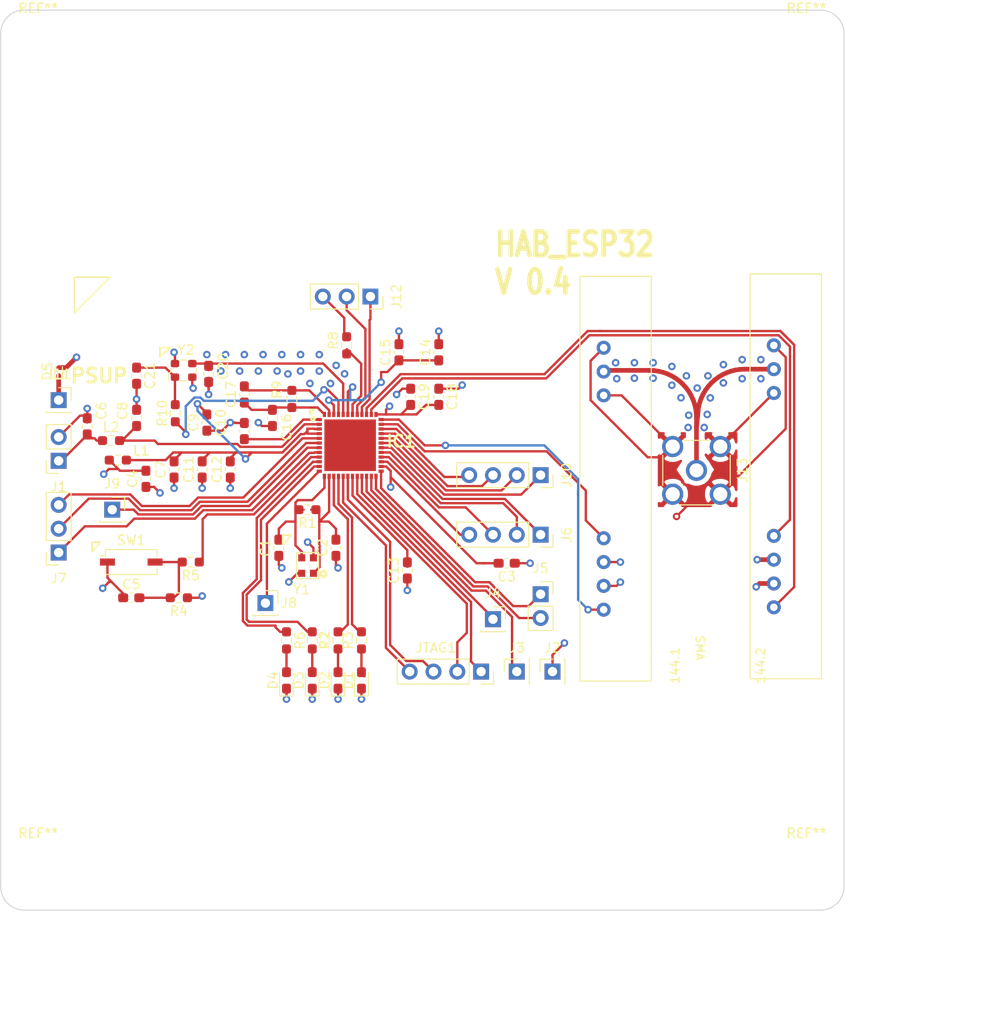
<source format=kicad_pcb>
(kicad_pcb (version 20171130) (host pcbnew 5.1.10-5.1.10)
  (title_block (title HAB_ESP32) (date 2021-11-13) (rev v1) (company SEDS) (comment 3 "Author, Luke Chapman"))
  (layers (0 F.Cu signal) (1 GND.Cu power hide) (2 PWR.Cu power hide) (31 B.Cu signal) (37 F.SilkS user) (38 B.Mask user) (39 F.Mask user hide) (44 Edge.Cuts user))
  (net 0 "")
  (net 1 GND)
  (net 2 "Net-(C1-Pad2)")
  (net 3 "Net-(C2-Pad2)")
  (net 4 VCC)
  (net 5 "Net-(C16-Pad1)")
  (net 6 /ANT)
  (net 7 "Net-(C21-Pad1)")
  (net 8 /Psup)
  (net 9 /S_VP)
  (net 10 /S_CAPP)
  (net 11 /S_CAPN)
  (net 12 /S_VN)
  (net 13 "Net-(IC1-Pad9)")
  (net 14 /IO34)
  (net 15 /IO35)
  (net 16 /IO32)
  (net 17 /IO26)
  (net 18 /IO27)
  (net 19 /IO14)
  (net 20 /IO12)
  (net 21 /IO13)
  (net 22 /IO15)
  (net 23 /IO2)
  (net 24 /IO0)
  (net 25 /IO4)
  (net 26 /IO16)
  (net 27 /IO17)
  (net 28 /SHD-SD2)
  (net 29 /SWP-SD3)
  (net 30 /SCS-CMD)
  (net 31 /CLK-SCK1)
  (net 32 /SDO-SD0)
  (net 33 /SDI-SD1)
  (net 34 /IO5)
  (net 35 /IO18)
  (net 36 /IO23)
  (net 37 /IO19)
  (net 38 /IO22)
  (net 39 /UORXD)
  (net 40 /U0TXD)
  (net 41 "Net-(IC1-Pad42)")
  (net 42 "Net-(IC1-Pad45)")
  (net 43 /IO21)
  (net 44 "Net-(144.1-Pad2)")
  (net 45 "Net-(C5-Pad2)")
  (net 46 "Net-(C11-Pad2)")
  (net 47 "Net-(C8-Pad2)")
  (net 48 "Net-(C14-Pad1)")
  (net 49 "Net-(C17-Pad2)")
  (net 50 "Net-(C20-Pad1)")
  (net 51 "Net-(D1-Pad2)")
  (net 52 "Net-(D2-Pad2)")
  (net 53 "Net-(D3-Pad2)")
  (net 54 "Net-(D4-Pad2)")
  (module Resistor_SMD:R_0603_1608Metric_Pad0.98x0.95mm_HandSolder (layer F.Cu) (at 98.631 103 270)
    (fp_text reference R10 (at 0 1.381 90) (layer F.SilkS))
    (fp_text value 0)
    (pad 2 smd roundrect (at 0.9125 0 270) (size 0.975 0.95) (layers F.Cu F.Paste F.Mask) (net 42 "Net-(IC1-Pad45)"))
    (pad 1 smd roundrect (at -0.9125 0 270) (size 0.975 0.95) (layers F.Cu F.Paste F.Mask) (net 7 "Net-(C21-Pad1)"))
  )
  (module Resistor_SMD:R_0603_1608Metric_Pad0.98x0.95mm_HandSolder (layer F.Cu) (at 111.077 101.477 270)
    (fp_text reference R9 (at -0.977 1.577 90) (layer F.SilkS))
    (fp_text value 20k)
    (pad 2 smd roundrect (at 0.9125 0 270) (size 0.975 0.95) (layers F.Cu F.Paste F.Mask) (net 5 "Net-(C16-Pad1)"))
    (pad 1 smd roundrect (at -0.9125 0 270) (size 0.975 0.95) (layers F.Cu F.Paste F.Mask) (net 49 "Net-(C17-Pad2)"))
  )
  (module Resistor_SMD:R_0603_1608Metric_Pad0.98x0.95mm_HandSolder (layer F.Cu) (at 116.919 95.762 270)
    (fp_text reference R8 (at -0.512 1.419 90) (layer F.SilkS))
    (fp_text value 499)
    (pad 2 smd roundrect (at 0.9125 0 270) (size 0.975 0.95) (layers F.Cu F.Paste F.Mask) (net 41 "Net-(IC1-Pad42)"))
    (pad 1 smd roundrect (at -0.9125 0 270) (size 0.975 0.95) (layers F.Cu F.Paste F.Mask) (net 43 /IO21))
  )
  (module Resistor_SMD:R_0603_1608Metric_Pad0.98x0.95mm_HandSolder (layer F.Cu) (at 113.25 127.23 270)
    (fp_text reference R7 (at 0 -1.43 90) (layer F.SilkS))
    (fp_text value TBD)
    (pad 2 smd roundrect (at 0.9125 0 270) (size 0.975 0.95) (layers F.Cu F.Paste F.Mask) (net 53 "Net-(D3-Pad2)"))
    (pad 1 smd roundrect (at -0.9125 0 270) (size 0.975 0.95) (layers F.Cu F.Paste F.Mask) (net 15 /IO35))
  )
  (module Resistor_SMD:R_0603_1608Metric_Pad0.98x0.95mm_HandSolder (layer F.Cu) (at 110.5 127.23 270)
    (fp_text reference R6 (at 0 -1.43 90) (layer F.SilkS))
    (fp_text value TBD)
    (pad 2 smd roundrect (at 0.9125 0 270) (size 0.975 0.95) (layers F.Cu F.Paste F.Mask) (net 54 "Net-(D4-Pad2)"))
    (pad 1 smd roundrect (at -0.9125 0 270) (size 0.975 0.95) (layers F.Cu F.Paste F.Mask) (net 14 /IO34))
  )
  (module Resistor_SMD:R_0603_1608Metric_Pad0.98x0.95mm_HandSolder (layer F.Cu) (at 100.282 118.876 180)
    (fp_text reference R5 (at 0 -1.43) (layer F.SilkS))
    (fp_text value 0)
    (pad 2 smd roundrect (at 0.9125 0 180) (size 0.975 0.95) (layers F.Cu F.Paste F.Mask) (net 45 "Net-(C5-Pad2)"))
    (pad 1 smd roundrect (at -0.9125 0 180) (size 0.975 0.95) (layers F.Cu F.Paste F.Mask) (net 13 "Net-(IC1-Pad9)"))
  )
  (module Resistor_SMD:R_0603_1608Metric_Pad0.98x0.95mm_HandSolder (layer F.Cu) (at 99.012 122.686 180)
    (fp_text reference R4 (at 0 -1.43) (layer F.SilkS))
    (fp_text value TBD)
    (pad 2 smd roundrect (at 0.9125 0 180) (size 0.975 0.95) (layers F.Cu F.Paste F.Mask) (net 45 "Net-(C5-Pad2)"))
    (pad 1 smd roundrect (at -0.9125 0 180) (size 0.975 0.95) (layers F.Cu F.Paste F.Mask) (net 4 VCC))
  )
  (module Resistor_SMD:R_0603_1608Metric_Pad0.98x0.95mm_HandSolder (layer F.Cu) (at 118.5 127.23 90)
    (fp_text reference R3 (at 0 -1.43 90) (layer F.SilkS))
    (fp_text value TBD)
    (pad 2 smd roundrect (at 0.9125 0 90) (size 0.975 0.95) (layers F.Cu F.Paste F.Mask) (net 18 /IO27))
    (pad 1 smd roundrect (at -0.9125 0 90) (size 0.975 0.95) (layers F.Cu F.Paste F.Mask) (net 51 "Net-(D1-Pad2)"))
  )
  (module Resistor_SMD:R_0603_1608Metric_Pad0.98x0.95mm_HandSolder (layer F.Cu) (at 116 127.23 90)
    (fp_text reference R2 (at 0 -1.43 90) (layer F.SilkS))
    (fp_text value TBD)
    (pad 2 smd roundrect (at 0.9125 0 90) (size 0.975 0.95) (layers F.Cu F.Paste F.Mask) (net 17 /IO26))
    (pad 1 smd roundrect (at -0.9125 0 90) (size 0.975 0.95) (layers F.Cu F.Paste F.Mask) (net 52 "Net-(D2-Pad2)"))
  )
  (module Resistor_SMD:R_0603_1608Metric_Pad0.98x0.95mm_HandSolder (layer F.Cu) (at 112.728 113.288 180)
    (fp_text reference R1 (at 0 -1.43) (layer F.SilkS))
    (fp_text value TBD)
    (pad 2 smd roundrect (at 0.9125 0 180) (size 0.975 0.95) (layers F.Cu F.Paste F.Mask) (net 2 "Net-(C1-Pad2)"))
    (pad 1 smd roundrect (at -0.9125 0 180) (size 0.975 0.95) (layers F.Cu F.Paste F.Mask) (net 3 "Net-(C2-Pad2)"))
  )
  (module Resistor_SMD:R_0603_1608Metric_Pad0.98x0.95mm_HandSolder (layer F.Cu) (at 91.773 105.922)
    (fp_text reference L2 (at 0 -1.43) (layer F.SilkS))
    (fp_text value TBD)
    (pad 2 smd roundrect (at 0.9125 0) (size 0.975 0.95) (layers F.Cu F.Paste F.Mask) (net 47 "Net-(C8-Pad2)"))
    (pad 1 smd roundrect (at -0.9125 0) (size 0.975 0.95) (layers F.Cu F.Paste F.Mask) (net 6 /ANT))
  )
  (module Resistor_SMD:R_0603_1608Metric_Pad0.98x0.95mm_HandSolder (layer F.Cu) (at 92.5 108)
    (fp_text reference L1 (at 2.5 -1) (layer F.SilkS))
    (fp_text value 2n)
    (pad 2 smd roundrect (at 0.9125 0) (size 0.975 0.95) (layers F.Cu F.Paste F.Mask) (net 46 "Net-(C11-Pad2)"))
    (pad 1 smd roundrect (at -0.9125 0) (size 0.975 0.95) (layers F.Cu F.Paste F.Mask) (net 4 VCC))
  )
  (module LED_SMD:LED_0603_1608Metric_Pad1.05x0.95mm_HandSolder (layer F.Cu) (at 110.5 131.5 90)
    (fp_text reference D4 (at 0 -1.43 90) (layer F.SilkS))
    (fp_text value LED)
    (pad 2 smd roundrect (at 0.875 0 90) (size 1.05 0.95) (layers F.Cu F.Paste F.Mask) (net 54 "Net-(D4-Pad2)"))
    (pad 1 smd roundrect (at -0.875 0 90) (size 1.05 0.95) (layers F.Cu F.Paste F.Mask) (net 1 GND))
  )
  (module LED_SMD:LED_0603_1608Metric_Pad1.05x0.95mm_HandSolder (layer F.Cu) (at 113.25 131.5 90)
    (fp_text reference D3 (at 0 -1.43 90) (layer F.SilkS))
    (fp_text value LED)
    (pad 2 smd roundrect (at 0.875 0 90) (size 1.05 0.95) (layers F.Cu F.Paste F.Mask) (net 53 "Net-(D3-Pad2)"))
    (pad 1 smd roundrect (at -0.875 0 90) (size 1.05 0.95) (layers F.Cu F.Paste F.Mask) (net 1 GND))
  )
  (module LED_SMD:LED_0603_1608Metric_Pad1.05x0.95mm_HandSolder (layer F.Cu) (at 116 131.5 90)
    (fp_text reference D2 (at 0 -1.43 90) (layer F.SilkS))
    (fp_text value LED)
    (pad 2 smd roundrect (at 0.875 0 90) (size 1.05 0.95) (layers F.Cu F.Paste F.Mask) (net 52 "Net-(D2-Pad2)"))
    (pad 1 smd roundrect (at -0.875 0 90) (size 1.05 0.95) (layers F.Cu F.Paste F.Mask) (net 1 GND))
  )
  (module LED_SMD:LED_0603_1608Metric_Pad1.05x0.95mm_HandSolder (layer F.Cu) (at 118.5 131.5 90)
    (fp_text reference D1 (at 0 -1.43 90) (layer F.SilkS))
    (fp_text value LED)
    (pad 2 smd roundrect (at 0.875 0 90) (size 1.05 0.95) (layers F.Cu F.Paste F.Mask) (net 51 "Net-(D1-Pad2)"))
    (pad 1 smd roundrect (at -0.875 0 90) (size 1.05 0.95) (layers F.Cu F.Paste F.Mask) (net 1 GND))
  )
  (module Capacitor_SMD:C_0603_1608Metric_Pad1.08x0.95mm_HandSolder (layer F.Cu) (at 94.5 99 270)
    (fp_text reference C21 (at 0 -1.43 90) (layer F.SilkS))
    (fp_text value C)
    (pad 2 smd roundrect (at 0.8625 0 270) (size 1.075 0.95) (layers F.Cu F.Paste F.Mask) (net 1 GND))
    (pad 1 smd roundrect (at -0.8625 0 270) (size 1.075 0.95) (layers F.Cu F.Paste F.Mask) (net 7 "Net-(C21-Pad1)"))
  )
  (module Capacitor_SMD:C_0603_1608Metric_Pad1.08x0.95mm_HandSolder (layer F.Cu) (at 102.187 98.81 270)
    (fp_text reference C20 (at -0.81 -1.563 90) (layer F.SilkS))
    (fp_text value TBD)
    (pad 2 smd roundrect (at 0.8625 0 270) (size 1.075 0.95) (layers F.Cu F.Paste F.Mask) (net 1 GND))
    (pad 1 smd roundrect (at -0.8625 0 270) (size 1.075 0.95) (layers F.Cu F.Paste F.Mask) (net 50 "Net-(C20-Pad1)"))
  )
  (module Capacitor_SMD:C_0603_1608Metric_Pad1.08x0.95mm_HandSolder (layer F.Cu) (at 123.75 101.25 270)
    (fp_text reference C19 (at 0 -1.43 90) (layer F.SilkS))
    (fp_text value 1u)
    (pad 2 smd roundrect (at 0.8625 0 270) (size 1.075 0.95) (layers F.Cu F.Paste F.Mask) (net 4 VCC))
    (pad 1 smd roundrect (at -0.8625 0 270) (size 1.075 0.95) (layers F.Cu F.Paste F.Mask) (net 1 GND))
  )
  (module Capacitor_SMD:C_0603_1608Metric_Pad1.08x0.95mm_HandSolder (layer F.Cu) (at 126.75 101.25 270)
    (fp_text reference C18 (at 0 -1.43 90) (layer F.SilkS))
    (fp_text value 10u)
    (pad 2 smd roundrect (at 0.8625 0 270) (size 1.075 0.95) (layers F.Cu F.Paste F.Mask) (net 4 VCC))
    (pad 1 smd roundrect (at -0.8625 0 270) (size 1.075 0.95) (layers F.Cu F.Paste F.Mask) (net 1 GND))
  )
  (module Capacitor_SMD:C_0603_1608Metric_Pad1.08x0.95mm_HandSolder (layer F.Cu) (at 106 101 90)
    (fp_text reference C17 (at 0 -1.43 90) (layer F.SilkS))
    (fp_text value 3.3n)
    (pad 2 smd roundrect (at 0.8625 0 90) (size 1.075 0.95) (layers F.Cu F.Paste F.Mask) (net 49 "Net-(C17-Pad2)"))
    (pad 1 smd roundrect (at -0.8625 0 90) (size 1.075 0.95) (layers F.Cu F.Paste F.Mask) (net 5 "Net-(C16-Pad1)"))
  )
  (module Capacitor_SMD:C_0603_1608Metric_Pad1.08x0.95mm_HandSolder (layer F.Cu) (at 109 103.5 270)
    (fp_text reference C16 (at 1 -1.5 90) (layer F.SilkS))
    (fp_text value C)
    (pad 2 smd roundrect (at 0.8625 0 270) (size 1.075 0.95) (layers F.Cu F.Paste F.Mask) (net 1 GND))
    (pad 1 smd roundrect (at -0.8625 0 270) (size 1.075 0.95) (layers F.Cu F.Paste F.Mask) (net 5 "Net-(C16-Pad1)"))
  )
  (module Capacitor_SMD:C_0603_1608Metric_Pad1.08x0.95mm_HandSolder (layer F.Cu) (at 122.5 96.5 90)
    (fp_text reference C15 (at 0 -1.43 90) (layer F.SilkS))
    (fp_text value 1u)
    (pad 2 smd roundrect (at 0.8625 0 90) (size 1.075 0.95) (layers F.Cu F.Paste F.Mask) (net 1 GND))
    (pad 1 smd roundrect (at -0.8625 0 90) (size 1.075 0.95) (layers F.Cu F.Paste F.Mask) (net 48 "Net-(C14-Pad1)"))
  )
  (module Capacitor_SMD:C_0603_1608Metric_Pad1.08x0.95mm_HandSolder (layer F.Cu) (at 126.75 96.5 90)
    (fp_text reference C14 (at 0 -1.43 90) (layer F.SilkS))
    (fp_text value 100p)
    (pad 2 smd roundrect (at 0.8625 0 90) (size 1.075 0.95) (layers F.Cu F.Paste F.Mask) (net 1 GND))
    (pad 1 smd roundrect (at -0.8625 0 90) (size 1.075 0.95) (layers F.Cu F.Paste F.Mask) (net 48 "Net-(C14-Pad1)"))
  )
  (module Capacitor_SMD:C_0603_1608Metric_Pad1.08x0.95mm_HandSolder (layer F.Cu) (at 123.396 119.765 90)
    (fp_text reference C13 (at 0 -1.43 90) (layer F.SilkS))
    (fp_text value 0.1u)
    (pad 2 smd roundrect (at 0.8625 0 90) (size 1.075 0.95) (layers F.Cu F.Paste F.Mask) (net 4 VCC))
    (pad 1 smd roundrect (at -0.8625 0 90) (size 1.075 0.95) (layers F.Cu F.Paste F.Mask) (net 1 GND))
  )
  (module Capacitor_SMD:C_0603_1608Metric_Pad1.08x0.95mm_HandSolder (layer F.Cu) (at 104.5 109 90)
    (fp_text reference C12 (at 0 -1.43 90) (layer F.SilkS))
    (fp_text value 10u)
    (pad 2 smd roundrect (at 0.8625 0 90) (size 1.075 0.95) (layers F.Cu F.Paste F.Mask) (net 46 "Net-(C11-Pad2)"))
    (pad 1 smd roundrect (at -0.8625 0 90) (size 1.075 0.95) (layers F.Cu F.Paste F.Mask) (net 1 GND))
  )
  (module Capacitor_SMD:C_0603_1608Metric_Pad1.08x0.95mm_HandSolder (layer F.Cu) (at 101.5 109 90)
    (fp_text reference C11 (at 0 -1.43 90) (layer F.SilkS))
    (fp_text value C)
    (pad 2 smd roundrect (at 0.8625 0 90) (size 1.075 0.95) (layers F.Cu F.Paste F.Mask) (net 46 "Net-(C11-Pad2)"))
    (pad 1 smd roundrect (at -0.8625 0 90) (size 1.075 0.95) (layers F.Cu F.Paste F.Mask) (net 1 GND))
  )
  (module Capacitor_SMD:C_0603_1608Metric_Pad1.08x0.95mm_HandSolder (layer F.Cu) (at 106 104.906 270)
    (fp_text reference C10 (at -0.906 2.5 90) (layer F.SilkS))
    (fp_text value 0.1u)
    (pad 2 smd roundrect (at 0.8625 0 270) (size 1.075 0.95) (layers F.Cu F.Paste F.Mask) (net 4 VCC))
    (pad 1 smd roundrect (at -0.8625 0 270) (size 1.075 0.95) (layers F.Cu F.Paste F.Mask) (net 1 GND))
  )
  (module Capacitor_SMD:C_0603_1608Metric_Pad1.08x0.95mm_HandSolder (layer F.Cu) (at 102 104 90)
    (fp_text reference C9 (at 0 -1.43 90) (layer F.SilkS))
    (fp_text value 1u)
    (pad 2 smd roundrect (at 0.8625 0 90) (size 1.075 0.95) (layers F.Cu F.Paste F.Mask) (net 46 "Net-(C11-Pad2)"))
    (pad 1 smd roundrect (at -0.8625 0 90) (size 1.075 0.95) (layers F.Cu F.Paste F.Mask) (net 1 GND))
  )
  (module Capacitor_SMD:C_0603_1608Metric_Pad1.08x0.95mm_HandSolder (layer F.Cu) (at 94.5 103.5 270)
    (fp_text reference C8 (at -0.75 1.5 90) (layer F.SilkS))
    (fp_text value TBD)
    (pad 2 smd roundrect (at 0.8625 0 270) (size 1.075 0.95) (layers F.Cu F.Paste F.Mask) (net 47 "Net-(C8-Pad2)"))
    (pad 1 smd roundrect (at -0.8625 0 270) (size 1.075 0.95) (layers F.Cu F.Paste F.Mask) (net 1 GND))
  )
  (module Capacitor_SMD:C_0603_1608Metric_Pad1.08x0.95mm_HandSolder (layer F.Cu) (at 98.5 109 90)
    (fp_text reference C7 (at 0 -1.43 90) (layer F.SilkS))
    (fp_text value 0.1u)
    (pad 2 smd roundrect (at 0.8625 0 90) (size 1.075 0.95) (layers F.Cu F.Paste F.Mask) (net 46 "Net-(C11-Pad2)"))
    (pad 1 smd roundrect (at -0.8625 0 90) (size 1.075 0.95) (layers F.Cu F.Paste F.Mask) (net 1 GND))
  )
  (module Capacitor_SMD:C_0603_1608Metric_Pad1.08x0.95mm_HandSolder (layer F.Cu) (at 89.233 104.398 270)
    (fp_text reference C6 (at -1.648 -1.517 90) (layer F.SilkS))
    (fp_text value TBD)
    (pad 2 smd roundrect (at 0.8625 0 270) (size 1.075 0.95) (layers F.Cu F.Paste F.Mask) (net 6 /ANT))
    (pad 1 smd roundrect (at -0.8625 0 270) (size 1.075 0.95) (layers F.Cu F.Paste F.Mask) (net 1 GND))
  )
  (module Capacitor_SMD:C_0603_1608Metric_Pad1.08x0.95mm_HandSolder (layer F.Cu) (at 93.932 122.686)
    (fp_text reference C5 (at 0 -1.43) (layer F.SilkS))
    (fp_text value 1u)
    (pad 2 smd roundrect (at 0.8625 0) (size 1.075 0.95) (layers F.Cu F.Paste F.Mask) (net 45 "Net-(C5-Pad2)"))
    (pad 1 smd roundrect (at -0.8625 0) (size 1.075 0.95) (layers F.Cu F.Paste F.Mask) (net 1 GND))
  )
  (module Capacitor_SMD:C_0603_1608Metric_Pad1.08x0.95mm_HandSolder (layer F.Cu) (at 95.5 110 90)
    (fp_text reference C4 (at 0 -1.43 90) (layer F.SilkS))
    (fp_text value C)
    (pad 2 smd roundrect (at 0.8625 0 90) (size 1.075 0.95) (layers F.Cu F.Paste F.Mask) (net 4 VCC))
    (pad 1 smd roundrect (at -0.8625 0 90) (size 1.075 0.95) (layers F.Cu F.Paste F.Mask) (net 1 GND))
  )
  (module Capacitor_SMD:C_0603_1608Metric_Pad1.08x0.95mm_HandSolder (layer F.Cu) (at 134 119 180)
    (fp_text reference C3 (at 0 -1.43) (layer F.SilkS))
    (fp_text value 1u)
    (pad 2 smd roundrect (at 0.8625 0 180) (size 1.075 0.95) (layers F.Cu F.Paste F.Mask) (net 4 VCC))
    (pad 1 smd roundrect (at -0.8625 0 180) (size 1.075 0.95) (layers F.Cu F.Paste F.Mask) (net 1 GND))
  )
  (module Capacitor_SMD:C_0603_1608Metric_Pad1.08x0.95mm_HandSolder (layer F.Cu) (at 115.776 117.352 90)
    (fp_text reference C2 (at 0 -1.43 90) (layer F.SilkS))
    (fp_text value TBD)
    (pad 2 smd roundrect (at 0.8625 0 90) (size 1.075 0.95) (layers F.Cu F.Paste F.Mask) (net 3 "Net-(C2-Pad2)"))
    (pad 1 smd roundrect (at -0.8625 0 90) (size 1.075 0.95) (layers F.Cu F.Paste F.Mask) (net 1 GND))
  )
  (module Capacitor_SMD:C_0603_1608Metric_Pad1.08x0.95mm_HandSolder (layer F.Cu) (at 109.68 117.352 90)
    (fp_text reference C1 (at 0 -1.43 90) (layer F.SilkS))
    (fp_text value TBD)
    (pad 2 smd roundrect (at 0.8625 0 90) (size 1.075 0.95) (layers F.Cu F.Paste F.Mask) (net 2 "Net-(C1-Pad2)"))
    (pad 1 smd roundrect (at -0.8625 0 90) (size 1.075 0.95) (layers F.Cu F.Paste F.Mask) (net 1 GND))
  )
  (module MountingHole:MountingHole_3.2mm_M3 (layer F.Cu) (at 166 152)
    (fp_text reference REF** (at 0 -4.2) (layer F.SilkS))
    (fp_text value MountingHole_3.2mm_M3)
    (pad 1 np_thru_hole circle (at 0 0) (size 3.2 3.2) (drill 3.2) (layers *.Cu *.Mask))
  )
  (module MountingHole:MountingHole_3.2mm_M3 (layer F.Cu) (at 166 64)
    (fp_text reference REF** (at 0 -4.2) (layer F.SilkS))
    (fp_text value MountingHole_3.2mm_M3)
    (pad 1 np_thru_hole circle (at 0 0) (size 3.2 3.2) (drill 3.2) (layers *.Cu *.Mask))
  )
  (module MountingHole:MountingHole_3.2mm_M3 (layer F.Cu) (at 84 152)
    (fp_text reference REF** (at 0 -4.2) (layer F.SilkS))
    (fp_text value MountingHole_3.2mm_M3)
    (pad 1 np_thru_hole circle (at 0 0) (size 3.2 3.2) (drill 3.2) (layers *.Cu *.Mask))
  )
  (module MountingHole:MountingHole_3.2mm_M3 (layer F.Cu) (at 84 64)
    (fp_text reference REF** (at 0 -4.2) (layer F.SilkS))
    (fp_text value MountingHole_3.2mm_M3)
    (pad 1 np_thru_hole circle (at 0 0) (size 3.2 3.2) (drill 3.2) (layers *.Cu *.Mask))
  )
  (module HX1:Radiometric_HX1 (layer F.Cu) (at 162.512 108.462 270)
    (fp_text reference 144.2 (at 21.463 1.397 90) (layer F.SilkS) (effects (font (size 0.9 0.9))))
    (fp_text value Radiometic_HX1)
    (pad 7 thru_hole circle (at 15.24 0 270) (size 1.5 1.5) (drill 0.8) (layers *.Cu *.Mask) (net 38 /IO22))
    (pad 6 thru_hole circle (at 12.7 0 270) (size 1.5 1.5) (drill 0.8) (layers *.Cu *.Mask) (net 1 GND))
    (pad 5 thru_hole circle (at 10.16 0 270) (size 1.5 1.5) (drill 0.8) (layers *.Cu *.Mask) (net 4 VCC))
    (pad 4 thru_hole circle (at 7.62 0 270) (size 1.5 1.5) (drill 0.8) (layers *.Cu *.Mask) (net 37 /IO19))
    (pad 3 thru_hole circle (at -7.62 0 270) (size 1.5 1.5) (drill 0.8) (layers *.Cu *.Mask) (net 1 GND))
    (pad 2 thru_hole circle (at -10.16 0 270) (size 1.5 1.5) (drill 0.8) (layers *.Cu *.Mask) (net 44 "Net-(144.1-Pad2)"))
    (pad 1 thru_hole circle (at -12.7 0 270) (size 1.5 1.5) (drill 0.8) (layers *.Cu *.Mask) (net 1 GND))
  )
  (module ESP32-PICO-D4:ESP32-PICO-D4_1 (layer F.Cu) (at 117.3 106.43)
    (fp_text reference IC1 (at 5.45 -0.43) (layer F.SilkS) (effects (font (size 1.27 1.27) (thickness 0.254))))
    (fp_text value ESP32-PICO-D4 hide)
    (pad 1 smd rect (at -3.3 -2.75 90) (size 0.35 0.55) (layers F.Cu F.Paste F.Mask) (net 4 VCC))
    (pad 2 smd rect (at -3.3 -2.25 90) (size 0.35 0.55) (layers F.Cu F.Paste F.Mask) (net 47 "Net-(C8-Pad2)"))
    (pad 3 smd rect (at -3.3 -1.75 90) (size 0.35 0.55) (layers F.Cu F.Paste F.Mask) (net 46 "Net-(C11-Pad2)"))
    (pad 4 smd rect (at -3.3 -1.25 90) (size 0.35 0.55) (layers F.Cu F.Paste F.Mask) (net 46 "Net-(C11-Pad2)"))
    (pad 5 smd rect (at -3.3 -0.75 90) (size 0.35 0.55) (layers F.Cu F.Paste F.Mask) (net 9 /S_VP))
    (pad 6 smd rect (at -3.3 -0.25 90) (size 0.35 0.55) (layers F.Cu F.Paste F.Mask) (net 10 /S_CAPP))
    (pad 7 smd rect (at -3.3 0.25 90) (size 0.35 0.55) (layers F.Cu F.Paste F.Mask) (net 11 /S_CAPN))
    (pad 8 smd rect (at -3.3 0.75 90) (size 0.35 0.55) (layers F.Cu F.Paste F.Mask) (net 12 /S_VN))
    (pad 9 smd rect (at -3.3 1.25 90) (size 0.35 0.55) (layers F.Cu F.Paste F.Mask) (net 13 "Net-(IC1-Pad9)"))
    (pad 10 smd rect (at -3.3 1.75 90) (size 0.35 0.55) (layers F.Cu F.Paste F.Mask) (net 14 /IO34))
    (pad 11 smd rect (at -3.3 2.25 90) (size 0.35 0.55) (layers F.Cu F.Paste F.Mask) (net 15 /IO35))
    (pad 12 smd rect (at -3.3 2.75 90) (size 0.35 0.55) (layers F.Cu F.Paste F.Mask) (net 16 /IO32))
    (pad 13 smd rect (at -2.75 3.3) (size 0.35 0.55) (layers F.Cu F.Paste F.Mask) (net 2 "Net-(C1-Pad2)"))
    (pad 14 smd rect (at -2.25 3.3) (size 0.35 0.55) (layers F.Cu F.Paste F.Mask) (net 3 "Net-(C2-Pad2)"))
    (pad 15 smd rect (at -1.75 3.3) (size 0.35 0.55) (layers F.Cu F.Paste F.Mask) (net 17 /IO26))
    (pad 16 smd rect (at -1.25 3.3) (size 0.35 0.55) (layers F.Cu F.Paste F.Mask) (net 18 /IO27))
    (pad 17 smd rect (at -0.75 3.3) (size 0.35 0.55) (layers F.Cu F.Paste F.Mask) (net 19 /IO14))
    (pad 18 smd rect (at -0.25 3.3) (size 0.35 0.55) (layers F.Cu F.Paste F.Mask) (net 20 /IO12))
    (pad 19 smd rect (at 0.25 3.3) (size 0.35 0.55) (layers F.Cu F.Paste F.Mask) (net 4 VCC))
    (pad 20 smd rect (at 0.75 3.3) (size 0.35 0.55) (layers F.Cu F.Paste F.Mask) (net 21 /IO13))
    (pad 21 smd rect (at 1.25 3.3) (size 0.35 0.55) (layers F.Cu F.Paste F.Mask) (net 22 /IO15))
    (pad 22 smd rect (at 1.75 3.3) (size 0.35 0.55) (layers F.Cu F.Paste F.Mask) (net 23 /IO2))
    (pad 23 smd rect (at 2.25 3.3) (size 0.35 0.55) (layers F.Cu F.Paste F.Mask) (net 24 /IO0))
    (pad 24 smd rect (at 2.75 3.3) (size 0.35 0.55) (layers F.Cu F.Paste F.Mask) (net 25 /IO4))
    (pad 25 smd rect (at 3.3 2.75 90) (size 0.35 0.55) (layers F.Cu F.Paste F.Mask) (net 26 /IO16))
    (pad 26 smd rect (at 3.3 2.25 90) (size 0.35 0.55) (layers F.Cu F.Paste F.Mask) (net 4 VCC))
    (pad 27 smd rect (at 3.3 1.75 90) (size 0.35 0.55) (layers F.Cu F.Paste F.Mask) (net 27 /IO17))
    (pad 28 smd rect (at 3.3 1.25 90) (size 0.35 0.55) (layers F.Cu F.Paste F.Mask) (net 28 /SHD-SD2))
    (pad 29 smd rect (at 3.3 0.75 90) (size 0.35 0.55) (layers F.Cu F.Paste F.Mask) (net 29 /SWP-SD3))
    (pad 30 smd rect (at 3.3 0.25 90) (size 0.35 0.55) (layers F.Cu F.Paste F.Mask) (net 30 /SCS-CMD))
    (pad 31 smd rect (at 3.3 -0.25 90) (size 0.35 0.55) (layers F.Cu F.Paste F.Mask) (net 31 /CLK-SCK1))
    (pad 32 smd rect (at 3.3 -0.75 90) (size 0.35 0.55) (layers F.Cu F.Paste F.Mask) (net 32 /SDO-SD0))
    (pad 33 smd rect (at 3.3 -1.25 90) (size 0.35 0.55) (layers F.Cu F.Paste F.Mask) (net 33 /SDI-SD1))
    (pad 34 smd rect (at 3.3 -1.75 90) (size 0.35 0.55) (layers F.Cu F.Paste F.Mask) (net 34 /IO5))
    (pad 35 smd rect (at 3.3 -2.25 90) (size 0.35 0.55) (layers F.Cu F.Paste F.Mask) (net 35 /IO18))
    (pad 36 smd rect (at 3.3 -2.75 90) (size 0.35 0.55) (layers F.Cu F.Paste F.Mask) (net 36 /IO23))
    (pad 37 smd rect (at 2.75 -3.3) (size 0.35 0.55) (layers F.Cu F.Paste F.Mask) (net 4 VCC))
    (pad 38 smd rect (at 2.25 -3.3) (size 0.35 0.55) (layers F.Cu F.Paste F.Mask) (net 37 /IO19))
    (pad 39 smd rect (at 1.75 -3.3) (size 0.35 0.55) (layers F.Cu F.Paste F.Mask) (net 38 /IO22))
    (pad 40 smd rect (at 1.25 -3.3) (size 0.35 0.55) (layers F.Cu F.Paste F.Mask) (net 39 /UORXD))
    (pad 41 smd rect (at 0.75 -3.3) (size 0.35 0.55) (layers F.Cu F.Paste F.Mask) (net 40 /U0TXD))
    (pad 42 smd rect (at 0.25 -3.3) (size 0.35 0.55) (layers F.Cu F.Paste F.Mask) (net 41 "Net-(IC1-Pad42)"))
    (pad 43 smd rect (at -0.25 -3.3) (size 0.35 0.55) (layers F.Cu F.Paste F.Mask) (net 48 "Net-(C14-Pad1)"))
    (pad 44 smd rect (at -0.75 -3.3) (size 0.35 0.55) (layers F.Cu F.Paste F.Mask) (net 50 "Net-(C20-Pad1)"))
    (pad 45 smd rect (at -1.25 -3.3) (size 0.35 0.55) (layers F.Cu F.Paste F.Mask) (net 42 "Net-(IC1-Pad45)"))
    (pad 46 smd rect (at -1.75 -3.3) (size 0.35 0.55) (layers F.Cu F.Paste F.Mask) (net 48 "Net-(C14-Pad1)"))
    (pad 47 smd rect (at -2.25 -3.3) (size 0.35 0.55) (layers F.Cu F.Paste F.Mask) (net 49 "Net-(C17-Pad2)"))
    (pad 48 smd rect (at -2.75 -3.3) (size 0.35 0.55) (layers F.Cu F.Paste F.Mask) (net 5 "Net-(C16-Pad1)"))
    (pad 49 smd rect (at -0.006 -0.013 90) (size 5.5 5.5) (layers F.Cu F.Paste F.Mask) (net 1 GND))
  )
  (module HX1:Radiometric_HX1 (layer F.Cu) (at 144.351 108.716 270)
    (fp_text reference 144.1 (at 21.209 -7.62 270) (layer F.SilkS) (effects (font (size 0.9 0.9))))
    (fp_text value Radiometic_HX1)
    (pad 7 thru_hole circle (at 15.24 0 270) (size 1.5 1.5) (drill 0.8) (layers *.Cu *.Mask) (net 36 /IO23))
    (pad 6 thru_hole circle (at 12.7 0 270) (size 1.5 1.5) (drill 0.8) (layers *.Cu *.Mask) (net 1 GND))
    (pad 5 thru_hole circle (at 10.16 0 270) (size 1.5 1.5) (drill 0.8) (layers *.Cu *.Mask) (net 4 VCC))
    (pad 4 thru_hole circle (at 7.62 0 270) (size 1.5 1.5) (drill 0.8) (layers *.Cu *.Mask) (net 35 /IO18))
    (pad 3 thru_hole circle (at -7.62 0 270) (size 1.5 1.5) (drill 0.8) (layers *.Cu *.Mask) (net 1 GND))
    (pad 2 thru_hole circle (at -10.16 0 270) (size 1.5 1.5) (drill 0.8) (layers *.Cu *.Mask) (net 44 "Net-(144.1-Pad2)"))
    (pad 1 thru_hole circle (at -12.7 0 270) (size 1.5 1.5) (drill 0.8) (layers *.Cu *.Mask) (net 1 GND))
  )
  (module Connector_PinSocket_2.54mm:PinSocket_1x03_P2.54mm_Vertical (layer F.Cu) (at 86.185 117.86 180)
    (fp_text reference J7 (at 0 -2.77) (layer F.SilkS))
    (fp_text value " ")
    (pad 3 thru_hole oval (at 0 5.08 180) (size 1.7 1.7) (drill 1) (layers *.Cu *.Mask) (net 9 /S_VP))
    (pad 2 thru_hole oval (at 0 2.54 180) (size 1.7 1.7) (drill 1) (layers *.Cu *.Mask) (net 10 /S_CAPP))
    (pad 1 thru_hole rect (at 0 0 180) (size 1.7 1.7) (drill 1) (layers *.Cu *.Mask) (net 12 /S_VN))
  )
  (module Connector_PinSocket_2.54mm:PinSocket_1x02_P2.54mm_Vertical (layer F.Cu) (at 86.185 108.081 180)
    (fp_text reference J1 (at 0 -2.77) (layer F.SilkS))
    (fp_text value " ")
    (pad 2 thru_hole oval (at 0 2.54 180) (size 1.7 1.7) (drill 1) (layers *.Cu *.Mask) (net 1 GND))
    (pad 1 thru_hole rect (at 0 0 180) (size 1.7 1.7) (drill 1) (layers *.Cu *.Mask) (net 6 /ANT))
  )
  (module Connector_PinSocket_2.54mm:PinSocket_1x03_P2.54mm_Vertical (layer F.Cu) (at 119.459 90.555 270)
    (fp_text reference J12 (at 0 -2.77 90) (layer F.SilkS))
    (fp_text value " ")
    (pad 3 thru_hole oval (at 0 5.08 270) (size 1.7 1.7) (drill 1) (layers *.Cu *.Mask) (net 43 /IO21))
    (pad 2 thru_hole oval (at 0 2.54 270) (size 1.7 1.7) (drill 1) (layers *.Cu *.Mask) (net 40 /U0TXD))
    (pad 1 thru_hole rect (at 0 0 270) (size 1.7 1.7) (drill 1) (layers *.Cu *.Mask) (net 39 /UORXD))
  )
  (module Connector_PinSocket_2.54mm:PinSocket_1x04_P2.54mm_Vertical (layer F.Cu) (at 137.62 115.955 270)
    (fp_text reference J6 (at 0 -2.77 90) (layer F.SilkS))
    (fp_text value "  ")
    (pad 4 thru_hole oval (at 0 7.62 270) (size 1.7 1.7) (drill 1) (layers *.Cu *.Mask) (net 27 /IO17))
    (pad 3 thru_hole oval (at 0 5.08 270) (size 1.7 1.7) (drill 1) (layers *.Cu *.Mask) (net 28 /SHD-SD2))
    (pad 2 thru_hole oval (at 0 2.54 270) (size 1.7 1.7) (drill 1) (layers *.Cu *.Mask) (net 29 /SWP-SD3))
    (pad 1 thru_hole rect (at 0 0 270) (size 1.7 1.7) (drill 1) (layers *.Cu *.Mask) (net 30 /SCS-CMD))
  )
  (module Connector_PinSocket_2.54mm:PinSocket_1x01_P2.54mm_Vertical (layer F.Cu) (at 132.54 124.972)
    (fp_text reference J4 (at 0 -2.77) (layer F.SilkS))
    (fp_text value " ")
    (pad 1 thru_hole rect (at 0 0) (size 1.7 1.7) (drill 1) (layers *.Cu *.Mask) (net 23 /IO2))
  )
  (module OM-7604-C7-32:OSCDFN250X200X89-4N (layer F.Cu) (at 112.75 119.25 180)
    (fp_text reference Y1 (at 0.63612 -2.54448) (layer F.SilkS) (effects (font (size 1.001764 1.001764))))
    (fp_text value OM-7604-C7)
    (pad 2 smd rect (at -0.625 0.825 90) (size 0.76 0.75) (layers F.Cu F.Paste F.Mask) (net 1 GND))
    (pad 1 smd rect (at -0.625 -0.825 90) (size 0.76 0.75) (layers F.Cu F.Paste F.Mask) (net 3 "Net-(C2-Pad2)"))
    (pad 3 smd rect (at 0.625 0.825 90) (size 0.76 0.75) (layers F.Cu F.Paste F.Mask) (net 2 "Net-(C1-Pad2)"))
    (pad 4 smd rect (at 0.625 -0.825 90) (size 0.76 0.75) (layers F.Cu F.Paste F.Mask) (net 4 VCC))
  )
  (module Connector_PinSocket_2.54mm:PinSocket_1x04_P2.54mm_Vertical (layer F.Cu) (at 131.27 130.56 270)
    (fp_text reference JTAG1 (at -2.54 4.826 180) (layer F.SilkS))
    (fp_text value "  ")
    (pad 4 thru_hole oval (at 0 7.62 270) (size 1.7 1.7) (drill 1) (layers *.Cu *.Mask) (net 19 /IO14))
    (pad 3 thru_hole oval (at 0 5.08 270) (size 1.7 1.7) (drill 1) (layers *.Cu *.Mask) (net 20 /IO12))
    (pad 2 thru_hole oval (at 0 2.54 270) (size 1.7 1.7) (drill 1) (layers *.Cu *.Mask) (net 21 /IO13))
    (pad 1 thru_hole rect (at 0 0 270) (size 1.7 1.7) (drill 1) (layers *.Cu *.Mask) (net 22 /IO15))
  )
  (module Connector_PinSocket_2.54mm:PinSocket_1x01_P2.54mm_Vertical (layer F.Cu) (at 138.89 130.56 90)
    (fp_text reference J2 (at 2.54 0 180) (layer F.SilkS))
    (fp_text value " ")
    (pad 1 thru_hole rect (at 0 0 90) (size 1.7 1.7) (drill 1) (layers *.Cu *.Mask) (net 1 GND))
  )
  (module Connector_PinSocket_2.54mm:PinSocket_1x01_P2.54mm_Vertical (layer F.Cu) (at 108.25 123.25)
    (fp_text reference J8 (at 2.5 0) (layer F.SilkS))
    (fp_text value " ")
    (pad 1 thru_hole rect (at 0 0) (size 1.7 1.7) (drill 1) (layers *.Cu *.Mask) (net 16 /IO32))
  )
  (module Connector_PinSocket_2.54mm:PinSocket_1x01_P2.54mm_Vertical (layer F.Cu) (at 86.185 101.604)
    (fp_text reference J11 (at 0 -2.77) (layer F.SilkS))
    (fp_text value " ")
    (pad 1 thru_hole rect (at 0 0) (size 1.7 1.7) (drill 1) (layers *.Cu *.Mask) (net 8 /Psup))
  )
  (module Connector_PinSocket_2.54mm:PinSocket_1x04_P2.54mm_Vertical (layer F.Cu) (at 137.62 109.605 270)
    (fp_text reference J10 (at 0 -2.77 90) (layer F.SilkS))
    (fp_text value " ")
    (pad 4 thru_hole oval (at 0 7.62 270) (size 1.7 1.7) (drill 1) (layers *.Cu *.Mask) (net 34 /IO5))
    (pad 3 thru_hole oval (at 0 5.08 270) (size 1.7 1.7) (drill 1) (layers *.Cu *.Mask) (net 33 /SDI-SD1))
    (pad 2 thru_hole oval (at 0 2.54 270) (size 1.7 1.7) (drill 1) (layers *.Cu *.Mask) (net 32 /SDO-SD0))
    (pad 1 thru_hole rect (at 0 0 270) (size 1.7 1.7) (drill 1) (layers *.Cu *.Mask) (net 31 /CLK-SCK1))
  )
  (module Connector_PinSocket_2.54mm:PinSocket_1x01_P2.54mm_Vertical (layer F.Cu) (at 91.9 113.288)
    (fp_text reference J9 (at 0 -2.77) (layer F.SilkS))
    (fp_text value " ")
    (pad 1 thru_hole rect (at 0 0) (size 1.7 1.7) (drill 1) (layers *.Cu *.Mask) (net 11 /S_CAPN))
  )
  (module Connector_PinSocket_2.54mm:PinSocket_1x01_P2.54mm_Vertical (layer F.Cu) (at 135.08 130.56 90)
    (fp_text reference J3 (at 2.54 0 180) (layer F.SilkS))
    (fp_text value " ")
    (pad 1 thru_hole rect (at 0 0 90) (size 1.7 1.7) (drill 1) (layers *.Cu *.Mask) (net 24 /IO0))
  )
  (module Connector_PinSocket_2.54mm:PinSocket_1x02_P2.54mm_Vertical (layer F.Cu) (at 137.62 122.305)
    (fp_text reference J5 (at 0 -2.77) (layer F.SilkS))
    (fp_text value " ")
    (pad 2 thru_hole oval (at 0 2.54) (size 1.7 1.7) (drill 1) (layers *.Cu *.Mask) (net 25 /IO4))
    (pad 1 thru_hole rect (at 0 0) (size 1.7 1.7) (drill 1) (layers *.Cu *.Mask) (net 26 /IO16))
  )
  (module Diode_SMD:D_SOD-923 (layer F.Cu) (at 86.185 98.556 90)
    (fp_text reference D5 (at 0 -1.2 90) (layer F.SilkS))
    (fp_text value ESD9B3.3ST5G)
    (pad 1 smd rect (at -0.42 0 270) (size 0.36 0.25) (layers F.Cu F.Paste F.Mask) (net 8 /Psup))
    (pad 2 smd rect (at 0.42 0 270) (size 0.36 0.25) (layers F.Cu F.Paste F.Mask) (net 4 VCC))
  )
  (module Connector_Coaxial:SMA_Molex_73251-2200_Horizontal (layer F.Cu) (at 154.257 109.097 180)
    (fp_text reference J13 (at -4.9 0 90) (layer F.SilkS))
    (fp_text value SMA_Molex_Horizontal)
    (pad 2 thru_hole circle (at -2.54 2.54 180) (size 2.25 2.25) (drill 1.5) (layers *.Cu *.Mask) (net 1 GND))
    (pad 2 thru_hole circle (at -2.54 -2.54 180) (size 2.25 2.25) (drill 1.5) (layers *.Cu *.Mask) (net 1 GND))
    (pad 2 thru_hole circle (at 2.54 -2.54 180) (size 2.25 2.25) (drill 1.5) (layers *.Cu *.Mask) (net 1 GND))
    (pad 2 thru_hole circle (at 2.54 2.54 270) (size 2.25 2.25) (drill 1.5) (layers *.Cu *.Mask) (net 1 GND))
    (pad 1 thru_hole circle (at 0 0 180) (size 2.25 2.25) (drill 1.5) (layers *.Cu *.Mask) (net 44 "Net-(144.1-Pad2)"))
  )
  (module Oscillator:Oscillator_SMD_ECS_2520MV-xxx-xx-4Pin_2.5x2.0mm (layer F.Cu) (at 99.52 98.429 90)
    (fp_text reference Y2 (at 2.179 0.23 180) (layer F.SilkS))
    (fp_text value ECS-TXO-2520-33-400-AN-TR)
    (pad 1 smd roundrect (at -0.725 -0.925 90) (size 0.8 0.9) (layers F.Cu F.Paste F.Mask) (net 7 "Net-(C21-Pad1)"))
    (pad 4 smd roundrect (at 0.725 -0.925 90) (size 0.8 0.9) (layers F.Cu F.Paste F.Mask) (net 4 VCC))
    (pad 2 smd roundrect (at -0.725 0.925 90) (size 0.8 0.9) (layers F.Cu F.Paste F.Mask) (net 1 GND))
    (pad 3 smd roundrect (at 0.725 0.925 90) (size 0.8 0.9) (layers F.Cu F.Paste F.Mask) (net 50 "Net-(C20-Pad1)"))
  )
  (module Button_Switch_SMD:SW_DIP_SPSTx01_Slide_Copal_CHS-01A_W5.08mm_P1.27mm_JPin (layer F.Cu) (at 93.932 118.876)
    (fp_text reference SW1 (at 0 -2.33) (layer F.SilkS))
    (fp_text value SW_SPST)
    (pad 1 smd rect (at -2.54 0) (size 1.6 0.76) (layers F.Cu F.Paste F.Mask) (net 1 GND))
    (pad 2 smd rect (at 2.54 0) (size 1.6 0.76) (layers F.Cu F.Paste F.Mask) (net 45 "Net-(C5-Pad2)"))
  )
  (gr_arc (start 82.5 153.5) (end 80 153.5) (angle -90) (layer Edge.Cuts) (width 0.1016))
  (gr_arc (start 167.5 153.5) (end 167.5 156) (angle -90) (layer Edge.Cuts) (width 0.1016))
  (gr_arc (start 167.5 62.5) (end 170 62.5) (angle -90) (layer Edge.Cuts) (width 0.1016))
  (gr_arc (start 82.5 62.5) (end 82.5 60) (angle -90) (layer Edge.Cuts) (width 0.1016))
  (gr_line (start 82.5 156) (end 167.5 156) (layer Edge.Cuts) (width 0.1016))
  (gr_line (start 80 153.5) (end 80 62.5) (layer Edge.Cuts) (width 0.1016))
  (gr_text "HAB_ESP32\nV 0.4" (at 132.5 87) (layer F.SilkS) (effects (font (size 2.5 2) (thickness 0.5)) (justify left)))
  (gr_text PSUP (at 90.5 99) (layer F.SilkS) (effects (font (size 1.5 1.5) (thickness 0.3))))
  (gr_text SMA (at 154.63 128.02 -90) (layer F.SilkS) (effects (font (size 0.9 0.9))))
  (gr_line (start 90.65 116.75) (end 89.75 116.75) (layer F.SilkS) (width 0.1778))
  (gr_line (start 97 96) (end 98.1 96) (layer F.SilkS) (width 0.1778))
  (gr_line (start 110.1 116) (end 111 116) (layer F.SilkS) (width 0.1778))
  (gr_line (start 113 102.6) (end 113 103.1) (layer F.SilkS) (width 0.1778))
  (gr_line (start 170 153.5) (end 170 62.5) (layer Edge.Cuts) (width 0.1016))
  (gr_line (start 89.75 116.75) (end 89.75 117.75) (layer F.SilkS) (width 0.1778))
  (gr_line (start 89.75 117.75) (end 90.65 116.75) (layer F.SilkS) (width 0.1778))
  (gr_line (start 111 116) (end 110.2 117) (layer F.SilkS) (width 0.1778))
  (gr_line (start 110.1 116) (end 110.1 117) (layer F.SilkS) (width 0.1778))
  (gr_line (start 98.1 96) (end 97 97) (layer F.SilkS) (width 0.1778))
  (gr_line (start 113 103.1) (end 113.5 102.6) (layer F.SilkS) (width 0.1778))
  (gr_line (start 87.857 92.294) (end 91.667 88.484) (layer F.SilkS) (width 0.15))
  (gr_line (start 113.5 102.6) (end 113 102.6) (layer F.SilkS) (width 0.1778))
  (gr_line (start 87.857 88.484) (end 91.667 88.484) (layer F.SilkS) (width 0.15))
  (gr_line (start 87.857 88.484) (end 87.857 92.294) (layer F.SilkS) (width 0.15))
  (gr_line (start 97 97) (end 97 96) (layer F.SilkS) (width 0.1778))
  (gr_line (start 82.5 60) (end 167.5 60) (layer Edge.Cuts) (width 0.1016))
  (segment (start 138.89 130.56) (end 138.89 128.782) (width 0.25) (layer F.Cu) (net 1))
  (segment (start 145.729 121.416) (end 146.13 121.015) (width 0.25) (layer F.Cu) (net 1))
  (segment (start 151.717 111.637) (end 151.717 111.637) (width 0.25) (layer F.Cu) (net 1))
  (segment (start 151.717 106.557) (end 151.717 106.557) (width 0.25) (layer F.Cu) (net 1))
  (segment (start 113.375 118.425) (end 113.375 117.375) (width 0.25) (layer F.Cu) (net 1))
  (segment (start 142.954 101.604) (end 149.05 107.7) (width 0.25) (layer F.Cu) (net 1))
  (segment (start 163.782 104.652) (end 156.797 111.637) (width 0.25) (layer F.Cu) (net 1))
  (segment (start 86.185 105.541) (end 88.471 103.255) (width 0.25) (layer F.Cu) (net 1))
  (segment (start 156.797 106.557) (end 156.797 106.557) (width 0.25) (layer F.Cu) (net 1))
  (segment (start 163.782 97.032) (end 163.782 104.652) (width 0.25) (layer F.Cu) (net 1))
  (segment (start 149.05 107.7) (end 150.32 107.7) (width 0.25) (layer F.Cu) (net 1))
  (segment (start 162.512 121.162) (end 160.983 121.162) (width 0.5) (layer F.Cu) (net 1))
  (segment (start 146.256 101.096) (end 151.717 106.557) (width 0.25) (layer F.Cu) (net 1))
  (segment (start 144.351 96.016) (end 142.954 97.413) (width 0.25) (layer F.Cu) (net 1))
  (segment (start 138.89 128.782) (end 140.16 127.512) (width 0.25) (layer F.Cu) (net 1))
  (segment (start 89.233 103.255) (end 89.233 102.493) (width 0.25) (layer F.Cu) (net 1))
  (segment (start 142.954 97.413) (end 142.954 101.604) (width 0.25) (layer F.Cu) (net 1))
  (segment (start 88.471 103.255) (end 89.233 103.255) (width 0.25) (layer F.Cu) (net 1))
  (segment (start 162.512 100.842) (end 156.797 106.557) (width 0.25) (layer F.Cu) (net 1))
  (segment (start 146.13 121.015) (end 146.13 121.015) (width 0.25) (layer F.Cu) (net 1))
  (segment (start 156.797 111.637) (end 156.797 111.637) (width 0.25) (layer F.Cu) (net 1))
  (segment (start 144.351 121.416) (end 145.729 121.416) (width 0.25) (layer F.Cu) (net 1))
  (segment (start 144.351 101.096) (end 146.256 101.096) (width 0.25) (layer F.Cu) (net 1))
  (segment (start 113.375 117.375) (end 112.75 116.75) (width 0.25) (layer F.Cu) (net 1))
  (segment (start 162.512 95.762) (end 163.782 97.032) (width 0.25) (layer F.Cu) (net 1))
  (segment (start 89.233 103.9905) (end 89.233 103.255) (width 0.25) (layer F.Cu) (net 1))
  (segment (start 160.983 121.162) (end 160.63 121.515) (width 0.5) (layer F.Cu) (net 1))
  (segment (start 91.392 120.5535) (end 91.82325 120.98475) (width 0.25) (layer F.Cu) (net 1))
  (segment (start 91.56925 120.98475) (end 91.82325 120.98475) (width 0.25) (layer F.Cu) (net 1))
  (segment (start 90.884 121.67) (end 91.56925 120.98475) (width 0.25) (layer F.Cu) (net 1))
  (segment (start 102.187 99.2175) (end 102.187 100.334) (width 0.25) (layer F.Cu) (net 1))
  (segment (start 152.13 114.015) (end 152.13 114.015) (width 0.25) (layer F.Cu) (net 1))
  (segment (start 153.13 113.015) (end 152.13 114.015) (width 0.25) (layer F.Cu) (net 1))
  (segment (start 100.445 99.154) (end 100.445 100.243) (width 0.25) (layer F.Cu) (net 1))
  (segment (start 100.445 100.243) (end 100.536 100.334) (width 0.25) (layer F.Cu) (net 1))
  (segment (start 91.392 118.876) (end 91.392 120.5535) (width 0.25) (layer F.Cu) (net 1))
  (via blind (at 152.13 114.015) (size 0.8) (drill 0.4) (layers F.Cu GND.Cu) (net 1))
  (via (at 140.16 127.512) (size 0.8) (drill 0.4) (layers F.Cu B.Cu) (net 1))
  (via (at 100.536 100.334) (size 0.8) (drill 0.4) (layers F.Cu B.Cu) (net 1))
  (via (at 90.884 121.67) (size 0.8) (drill 0.4) (layers F.Cu B.Cu) (net 1))
  (via (at 102.187 101) (size 0.8) (drill 0.4) (layers F.Cu B.Cu) (net 1))
  (via (at 89.233 102.493) (size 0.8) (drill 0.4) (layers F.Cu B.Cu) (net 1))
  (via (at 129.25 100) (size 0.8) (drill 0.4) (layers F.Cu B.Cu) (net 1))
  (via (at 153.43 103.215) (size 0.8) (drill 0.4) (layers F.Cu B.Cu) (net 1))
  (via (at 155.73 101.365) (size 0.8) (drill 0.4) (layers F.Cu B.Cu) (net 1))
  (via (at 157.13 99.765) (size 0.8) (drill 0.4) (layers F.Cu B.Cu) (net 1))
  (via (at 159.13 99.318) (size 0.8) (drill 0.4) (layers F.Cu B.Cu) (net 1))
  (via (at 161.13 99.318) (size 0.8) (drill 0.4) (layers F.Cu B.Cu) (net 1))
  (via (at 155.48 99.015) (size 0.8) (drill 0.4) (layers F.Cu B.Cu) (net 1))
  (via (at 157.13 97.815) (size 0.8) (drill 0.4) (layers F.Cu B.Cu) (net 1))
  (via (at 159.13 97.286) (size 0.8) (drill 0.4) (layers F.Cu B.Cu) (net 1))
  (via (at 161.13 97.286) (size 0.8) (drill 0.4) (layers F.Cu B.Cu) (net 1))
  (via (at 114 98.5) (size 0.8) (drill 0.4) (layers F.Cu B.Cu) (net 1))
  (via (at 145.748 99.318) (size 0.8) (drill 0.4) (layers F.Cu B.Cu) (net 1))
  (via (at 112.75 116.75) (size 0.8) (drill 0.4) (layers F.Cu B.Cu) (net 1))
  (via (at 153.18 99.015) (size 0.8) (drill 0.4) (layers F.Cu B.Cu) (net 1))
  (via (at 110.65 98.81) (size 0.8) (drill 0.4) (layers F.Cu B.Cu) (net 1))
  (via (at 160.63 121.515) (size 0.8) (drill 0.4) (layers F.Cu B.Cu) (net 1))
  (via (at 155.4 103.128) (size 0.8) (drill 0.4) (layers F.Cu B.Cu) (net 1))
  (via (at 109.5 98.5) (size 0.8) (drill 0.4) (layers F.Cu B.Cu) (net 1))
  (via (at 114 96.746) (size 0.8) (drill 0.4) (layers F.Cu B.Cu) (net 1))
  (via (at 112 96.746) (size 0.8) (drill 0.4) (layers F.Cu B.Cu) (net 1))
  (via (at 106 96.746) (size 0.8) (drill 0.4) (layers F.Cu B.Cu) (net 1))
  (via (at 151.63 100.015) (size 0.8) (drill 0.4) (layers F.Cu B.Cu) (net 1))
  (via (at 115.8 97.9) (size 0.8) (drill 0.4) (layers F.Cu B.Cu) (net 1))
  (via (at 156.797 111.637) (size 2.25) (drill 1.5) (layers F.Cu B.Cu) (net 1))
  (via (at 152.606 101.35) (size 0.8) (drill 0.4) (layers F.Cu B.Cu) (net 1))
  (via (at 103.5 98.5) (size 0.8) (drill 0.4) (layers F.Cu B.Cu) (net 1))
  (via (at 145.63 97.615) (size 0.8) (drill 0.4) (layers F.Cu B.Cu) (net 1))
  (via (at 104 96.746) (size 0.8) (drill 0.4) (layers F.Cu B.Cu) (net 1))
  (via (at 146.13 121.015) (size 0.8) (drill 0.4) (layers F.Cu B.Cu) (net 1))
  (via (at 153.368 104.525) (size 0.8) (drill 0.4) (layers F.Cu B.Cu) (net 1))
  (via (at 105.5 98.5) (size 0.8) (drill 0.4) (layers F.Cu B.Cu) (net 1))
  (via (at 147.63 99.265) (size 0.8) (drill 0.4) (layers F.Cu B.Cu) (net 1))
  (via (at 116.7 98.8) (size 0.8) (drill 0.4) (layers F.Cu B.Cu) (net 1))
  (via (at 151.717 111.637) (size 2.25) (drill 1.5) (layers F.Cu B.Cu) (net 1))
  (via (at 151.63 98.015) (size 0.8) (drill 0.4) (layers F.Cu B.Cu) (net 1))
  (via (at 149.63 99.265) (size 0.8) (drill 0.4) (layers F.Cu B.Cu) (net 1))
  (via (at 107.5 98.5) (size 0.8) (drill 0.4) (layers F.Cu B.Cu) (net 1))
  (via (at 108 96.746) (size 0.8) (drill 0.4) (layers F.Cu B.Cu) (net 1))
  (via (at 113 99.826) (size 0.8) (drill 0.4) (layers F.Cu B.Cu) (net 1))
  (via (at 154.33 100.315) (size 0.8) (drill 0.4) (layers F.Cu B.Cu) (net 1))
  (via (at 156.797 106.557) (size 2.25) (drill 1.5) (layers F.Cu B.Cu) (net 1))
  (via (at 151.717 106.557) (size 2.25) (drill 1.5) (layers F.Cu B.Cu) (net 1))
  (via (at 110 96.746) (size 0.8) (drill 0.4) (layers F.Cu B.Cu) (net 1))
  (via (at 115.2 99.826) (size 0.8) (drill 0.4) (layers F.Cu B.Cu) (net 1))
  (via (at 147.63 97.615) (size 0.8) (drill 0.4) (layers F.Cu B.Cu) (net 1))
  (via (at 149.63 97.615) (size 0.8) (drill 0.4) (layers F.Cu B.Cu) (net 1))
  (via (at 112 98.5) (size 0.8) (drill 0.4) (layers F.Cu B.Cu) (net 1))
  (via (at 102 96.746) (size 0.8) (drill 0.4) (layers F.Cu B.Cu) (net 1))
  (via (at 155.08 104.525) (size 0.8) (drill 0.4) (layers F.Cu B.Cu) (net 1))
  (segment (start 118.5 130.744) (end 118.824 131.068) (width 0.25) (layer F.Cu) (net 51))
  (segment (start 94.5 102.6375) (end 94.5 101.5) (width 0.25) (layer F.Cu) (net 1))
  (segment (start 94.5 101.5) (end 94.5 101.5) (width 0.25) (layer F.Cu) (net 1))
  (via (at 94.5 101.5) (size 0.8) (drill 0.4) (layers F.Cu B.Cu) (net 1))
  (segment (start 109 104.3625) (end 107.8625 104.3625) (width 0.25) (layer F.Cu) (net 1))
  (segment (start 107.8625 104.3625) (end 107.5 104) (width 0.25) (layer F.Cu) (net 1))
  (segment (start 106 104.0435) (end 105.0435 104.0435) (width 0.25) (layer F.Cu) (net 1))
  (segment (start 105.0435 104.0435) (end 105 104) (width 0.25) (layer F.Cu) (net 1))
  (segment (start 105 104) (end 104.5 104) (width 0.25) (layer F.Cu) (net 1))
  (segment (start 107.5 104) (end 107.5 104) (width 0.25) (layer F.Cu) (net 1))
  (via (at 107.5 104) (size 0.8) (drill 0.4) (layers F.Cu B.Cu) (net 1))
  (segment (start 104.5 104) (end 104.5 104) (width 0.25) (layer F.Cu) (net 1))
  (via (at 104.5 104) (size 0.8) (drill 0.4) (layers F.Cu B.Cu) (net 1))
  (segment (start 93.0695 122.231) (end 91.82325 120.98475) (width 0.25) (layer F.Cu) (net 1))
  (segment (start 93.0695 122.686) (end 93.0695 122.231) (width 0.25) (layer F.Cu) (net 1))
  (segment (start 95.5 110.8625) (end 96.3625 110.8625) (width 0.25) (layer F.Cu) (net 1))
  (segment (start 96.3625 110.8625) (end 97 111.5) (width 0.25) (layer F.Cu) (net 1))
  (segment (start 98.5 109.8625) (end 98.5 111) (width 0.25) (layer F.Cu) (net 1))
  (segment (start 101.5 109.8625) (end 101.5 111) (width 0.25) (layer F.Cu) (net 1))
  (segment (start 104.5 109.8625) (end 104.5 111) (width 0.25) (layer F.Cu) (net 1))
  (segment (start 104.5 111) (end 104.5 111) (width 0.25) (layer F.Cu) (net 1))
  (via (at 104.5 111) (size 0.8) (drill 0.4) (layers F.Cu B.Cu) (net 1))
  (segment (start 101.5 111) (end 101.5 111) (width 0.25) (layer F.Cu) (net 1))
  (via (at 101.5 111) (size 0.8) (drill 0.4) (layers F.Cu B.Cu) (net 1))
  (segment (start 98.5 111) (end 98.5 111) (width 0.25) (layer F.Cu) (net 1))
  (via (at 98.5 111) (size 0.8) (drill 0.4) (layers F.Cu B.Cu) (net 1))
  (segment (start 97 111.5) (end 97 111.5) (width 0.25) (layer F.Cu) (net 1))
  (via (at 97 111.5) (size 0.8) (drill 0.4) (layers F.Cu B.Cu) (net 1))
  (segment (start 103.6375 104.8625) (end 104.5 104) (width 0.25) (layer F.Cu) (net 1))
  (segment (start 102 104.8625) (end 103.6375 104.8625) (width 0.25) (layer F.Cu) (net 1))
  (segment (start 94.5 99.8625) (end 94.5 101.5) (width 0.25) (layer F.Cu) (net 1))
  (segment (start 102.187 99.6725) (end 102.187 101) (width 0.25) (layer F.Cu) (net 1))
  (segment (start 134.8625 119) (end 136.5 119) (width 0.25) (layer F.Cu) (net 1))
  (segment (start 136.5 119) (end 136.5 119) (width 0.25) (layer F.Cu) (net 1))
  (via (at 136.5 119) (size 0.8) (drill 0.4) (layers F.Cu B.Cu) (net 1))
  (segment (start 123.396 120.6275) (end 123.396 121.896) (width 0.25) (layer F.Cu) (net 1))
  (segment (start 123.396 121.896) (end 123.396 121.896) (width 0.25) (layer F.Cu) (net 1))
  (via (at 123.396 121.896) (size 0.8) (drill 0.4) (layers F.Cu B.Cu) (net 1))
  (segment (start 115.776 118.2145) (end 115.776 119.276) (width 0.25) (layer F.Cu) (net 1))
  (segment (start 115.776 119.276) (end 116 119.5) (width 0.25) (layer F.Cu) (net 1))
  (segment (start 116 119.5) (end 116 119.5) (width 0.25) (layer F.Cu) (net 1))
  (via (at 116 119.5) (size 0.8) (drill 0.4) (layers F.Cu B.Cu) (net 1))
  (segment (start 109.68 118.2145) (end 109.68 119.18) (width 0.25) (layer F.Cu) (net 1))
  (segment (start 109.68 119.18) (end 110 119.5) (width 0.25) (layer F.Cu) (net 1))
  (segment (start 110 119.5) (end 110 119.5) (width 0.25) (layer F.Cu) (net 1))
  (via (at 110 119.5) (size 0.8) (drill 0.4) (layers F.Cu B.Cu) (net 1))
  (segment (start 110.5 132.375) (end 110.5 133.5) (width 0.25) (layer F.Cu) (net 1))
  (segment (start 113.25 132.375) (end 113.25 133.5) (width 0.25) (layer F.Cu) (net 1))
  (segment (start 116 132.375) (end 116 133.5) (width 0.25) (layer F.Cu) (net 1))
  (segment (start 118.5 132.375) (end 118.5 133.5) (width 0.25) (layer F.Cu) (net 1))
  (segment (start 118.5 133.5) (end 118.5 133.5) (width 0.25) (layer F.Cu) (net 1))
  (via (at 118.5 133.5) (size 0.8) (drill 0.4) (layers F.Cu B.Cu) (net 1))
  (segment (start 116 133.5) (end 116 133.5) (width 0.25) (layer F.Cu) (net 1))
  (via (at 116 133.5) (size 0.8) (drill 0.4) (layers F.Cu B.Cu) (net 1))
  (segment (start 113.25 133.5) (end 113.25 133.5) (width 0.25) (layer F.Cu) (net 1))
  (via (at 113.25 133.5) (size 0.8) (drill 0.4) (layers F.Cu B.Cu) (net 1))
  (segment (start 110.5 133.5) (end 110.5 133.5) (width 0.25) (layer F.Cu) (net 1))
  (via (at 110.5 133.5) (size 0.8) (drill 0.4) (layers F.Cu B.Cu) (net 1))
  (segment (start 128.8625 100.3875) (end 129.25 100) (width 0.25) (layer F.Cu) (net 1))
  (segment (start 126.75 100.3875) (end 128.8625 100.3875) (width 0.25) (layer F.Cu) (net 1))
  (segment (start 123.75 100.3875) (end 122.8625 100.3875) (width 0.25) (layer F.Cu) (net 1))
  (segment (start 122.8625 100.3875) (end 122.25 101) (width 0.25) (layer F.Cu) (net 1))
  (segment (start 122.25 101) (end 122.25 101) (width 0.25) (layer F.Cu) (net 1))
  (via (at 122.25 101) (size 0.8) (drill 0.4) (layers F.Cu B.Cu) (net 1))
  (segment (start 122.5 95.6375) (end 122.5 94.25) (width 0.25) (layer F.Cu) (net 1))
  (segment (start 126.75 95.6375) (end 126.75 94.25) (width 0.25) (layer F.Cu) (net 1))
  (segment (start 126.75 94.25) (end 126.75 94.25) (width 0.25) (layer F.Cu) (net 1))
  (via (at 126.75 94.25) (size 0.8) (drill 0.4) (layers F.Cu B.Cu) (net 1))
  (segment (start 122.5 94.25) (end 122.5 94.25) (width 0.25) (layer F.Cu) (net 1))
  (via (at 122.5 94.25) (size 0.8) (drill 0.4) (layers F.Cu B.Cu) (net 1))
  (segment (start 112.125 118.425) (end 112.125 117.765) (width 0.25) (layer F.Cu) (net 2))
  (segment (start 114.55 110.958) (end 114.55 109.73) (width 0.25) (layer F.Cu) (net 2))
  (segment (start 112.3205 113.288) (end 111.458 113.288) (width 0.25) (layer F.Cu) (net 2))
  (segment (start 111.458 112.526) (end 111.712 112.272) (width 0.25) (layer F.Cu) (net 2))
  (segment (start 112.125 117.765) (end 111.458 117.098) (width 0.25) (layer F.Cu) (net 2))
  (segment (start 111.458 113.288) (end 111.458 112.526) (width 0.25) (layer F.Cu) (net 2))
  (segment (start 111.458 113.288) (end 111.458 114.558) (width 0.25) (layer F.Cu) (net 2))
  (segment (start 111.458 114.558) (end 111.458 117.098) (width 0.25) (layer F.Cu) (net 2))
  (segment (start 111.712 112.272) (end 113.236 112.272) (width 0.25) (layer F.Cu) (net 2))
  (segment (start 110.442 114.558) (end 111.458 114.558) (width 0.25) (layer F.Cu) (net 2))
  (segment (start 109.68 115.32) (end 110.442 114.558) (width 0.25) (layer F.Cu) (net 2))
  (segment (start 113.236 112.272) (end 114.55 110.958) (width 0.25) (layer F.Cu) (net 2))
  (segment (start 109.68 115.32) (end 109.68 116.4895) (width 0.25) (layer F.Cu) (net 2))
  (segment (start 113.998 114.558) (end 113.998 117.098) (width 0.25) (layer F.Cu) (net 3))
  (segment (start 113.1355 113.288) (end 113.998 113.288) (width 0.25) (layer F.Cu) (net 3))
  (segment (start 115.014 114.558) (end 115.776 115.32) (width 0.25) (layer F.Cu) (net 3))
  (segment (start 114.025001 117.125001) (end 113.998 117.098) (width 0.25) (layer F.Cu) (net 3))
  (segment (start 113.375 120.075) (end 114.025001 119.424999) (width 0.25) (layer F.Cu) (net 3))
  (segment (start 114.025001 119.424999) (end 114.025001 117.125001) (width 0.25) (layer F.Cu) (net 3))
  (segment (start 113.998 113.288) (end 113.998 114.558) (width 0.25) (layer F.Cu) (net 3))
  (segment (start 113.998 114.558) (end 115.014 114.558) (width 0.25) (layer F.Cu) (net 3))
  (segment (start 115.05 109.73) (end 115.05 113.506) (width 0.25) (layer F.Cu) (net 3))
  (segment (start 115.05 113.506) (end 113.998 114.558) (width 0.25) (layer F.Cu) (net 3))
  (segment (start 115.776 115.32) (end 115.776 116.4895) (width 0.25) (layer F.Cu) (net 3))
  (segment (start 119.82675 114.06325) (end 120.0675 114.304) (width 0.25) (layer F.Cu) (net 4))
  (segment (start 160.737 118.622) (end 160.737 118.622) (width 0.25) (layer F.Cu) (net 4))
  (segment (start 111.675 120.075) (end 110.75 121) (width 0.25) (layer F.Cu) (net 4))
  (segment (start 123.396 117.606) (end 119.85325 114.06325) (width 0.25) (layer F.Cu) (net 4))
  (segment (start 162.512 118.622) (end 160.737 118.622) (width 0.5) (layer F.Cu) (net 4))
  (segment (start 121.135001 108.679999) (end 121.618 109.162998) (width 0.25) (layer F.Cu) (net 4))
  (segment (start 98.595 97.704) (end 98.595 96.595) (width 0.25) (layer F.Cu) (net 4))
  (segment (start 112.125 120.075) (end 111.675 120.075) (width 0.25) (layer F.Cu) (net 4))
  (segment (start 123.396 119.3575) (end 123.396 117.606) (width 0.25) (layer F.Cu) (net 4))
  (segment (start 117.55 111.7865) (end 119.82675 114.06325) (width 0.25) (layer F.Cu) (net 4))
  (segment (start 121.618 109.162998) (end 121.618 109.8325) (width 0.25) (layer F.Cu) (net 4))
  (segment (start 144.351 118.876) (end 146.129 118.876) (width 0.25) (layer F.Cu) (net 4))
  (segment (start 123.4225 119.384) (end 123.396 119.3575) (width 0.25) (layer F.Cu) (net 4))
  (segment (start 86.986 98.136) (end 88.09 97.032) (width 0.5) (layer F.Cu) (net 4))
  (segment (start 119.85325 114.06325) (end 119.82675 114.06325) (width 0.25) (layer F.Cu) (net 4))
  (segment (start 120.6 108.68) (end 121.135001 108.679999) (width 0.25) (layer F.Cu) (net 4))
  (segment (start 117.55 109.73) (end 117.55 111.7865) (width 0.25) (layer F.Cu) (net 4))
  (segment (start 86.185 98.136) (end 86.986 98.136) (width 0.5) (layer F.Cu) (net 4))
  (segment (start 98.5 96.5) (end 98.5 96.5) (width 0.25) (layer F.Cu) (net 4))
  (segment (start 98.595 96.595) (end 98.5 96.5) (width 0.25) (layer F.Cu) (net 4))
  (segment (start 114 103.68) (end 113.788 103.68) (width 0.25) (layer F.Cu) (net 4))
  (via (at 110.75 121) (size 0.8) (drill 0.4) (layers F.Cu B.Cu) (net 4))
  (via (at 160.737 118.622) (size 0.8) (drill 0.4) (layers F.Cu B.Cu) (net 4))
  (via (at 101.5 122.5) (size 0.8) (drill 0.4) (layers F.Cu B.Cu) (net 4))
  (via (at 88.09 97.032) (size 0.8) (drill 0.4) (layers F.Cu B.Cu) (net 4))
  (via (at 146.129 118.876) (size 0.8) (drill 0.4) (layers F.Cu B.Cu) (net 4))
  (via (at 98.5 96.5) (size 0.8) (drill 0.4) (layers F.Cu B.Cu) (net 4))
  (segment (start 112.29877 103.68) (end 114 103.68) (width 0.25) (layer F.Cu) (net 4))
  (segment (start 110.21027 105.7685) (end 112.29877 103.68) (width 0.25) (layer F.Cu) (net 4))
  (segment (start 106 105.7685) (end 110.21027 105.7685) (width 0.25) (layer F.Cu) (net 4))
  (segment (start 95.5 109.1375) (end 92.725 109.1375) (width 0.25) (layer F.Cu) (net 4))
  (segment (start 92.54375 108.95625) (end 91.54375 108.95625) (width 0.25) (layer F.Cu) (net 4))
  (segment (start 92.725 109.1375) (end 92.54375 108.95625) (width 0.25) (layer F.Cu) (net 4))
  (segment (start 92.54375 108.95625) (end 91.5875 108) (width 0.25) (layer F.Cu) (net 4))
  (segment (start 91.54375 108.95625) (end 91 109.5) (width 0.25) (layer F.Cu) (net 4))
  (segment (start 91 109.5) (end 91 109.5) (width 0.25) (layer F.Cu) (net 4))
  (via (at 91 109.5) (size 0.8) (drill 0.4) (layers F.Cu B.Cu) (net 4))
  (segment (start 121.618 109.8325) (end 121.618 109.8325) (width 0.25) (layer F.Cu) (net 4))
  (segment (start 131.5 119) (end 131.5 119) (width 0.25) (layer F.Cu) (net 4))
  (segment (start 101.314 122.686) (end 101.5 122.5) (width 0.25) (layer F.Cu) (net 4))
  (segment (start 99.9245 122.686) (end 101.314 122.686) (width 0.25) (layer F.Cu) (net 4))
  (segment (start 122.7325 103.13) (end 123.75 102.1125) (width 0.25) (layer F.Cu) (net 4))
  (segment (start 126.75 102.1125) (end 125.3875 102.1125) (width 0.25) (layer F.Cu) (net 4))
  (segment (start 124.37 103.13) (end 122.7325 103.13) (width 0.25) (layer F.Cu) (net 4))
  (segment (start 125.3875 102.1125) (end 124.37 103.13) (width 0.25) (layer F.Cu) (net 4))
  (segment (start 130.7855 119) (end 121.618 109.8325) (width 0.25) (layer F.Cu) (net 4))
  (segment (start 131.75 119) (end 130.7855 119) (width 0.25) (layer F.Cu) (net 4))
  (segment (start 133.1375 119) (end 131.75 119) (width 0.25) (layer F.Cu) (net 4))
  (segment (start 131.75 119) (end 131.5 119) (width 0.25) (layer F.Cu) (net 4))
  (segment (start 121.13 103.13) (end 121.13 102.62) (width 0.25) (layer F.Cu) (net 4))
  (segment (start 120.05 103.13) (end 121.13 103.13) (width 0.25) (layer F.Cu) (net 4))
  (segment (start 121.13 103.13) (end 122.7325 103.13) (width 0.25) (layer F.Cu) (net 4))
  (segment (start 121.13 102.62) (end 121.5 102.25) (width 0.25) (layer F.Cu) (net 4))
  (segment (start 121.5 102.25) (end 121.5 102.25) (width 0.25) (layer F.Cu) (net 4))
  (via (at 121.5 102.25) (size 0.8) (drill 0.4) (layers F.Cu B.Cu) (net 4))
  (segment (start 121.618 109.8325) (end 121.618 110.882) (width 0.25) (layer F.Cu) (net 4))
  (segment (start 121.618 110.882) (end 121.618 111.118) (width 0.25) (layer F.Cu) (net 4))
  (via (at 121.618 110.882) (size 0.8) (drill 0.4) (layers F.Cu B.Cu) (net 4))
  (segment (start 113.8095 102.3895) (end 114.55 103.13) (width 0.25) (layer F.Cu) (net 5))
  (segment (start 111.077 102.3895) (end 113.8095 102.3895) (width 0.25) (layer F.Cu) (net 5))
  (segment (start 109.248 102.3895) (end 109 102.6375) (width 0.25) (layer F.Cu) (net 5))
  (segment (start 111.077 102.3895) (end 109.248 102.3895) (width 0.25) (layer F.Cu) (net 5))
  (segment (start 106.775 102.6375) (end 106 101.8625) (width 0.25) (layer F.Cu) (net 5))
  (segment (start 109 102.6375) (end 106.775 102.6375) (width 0.25) (layer F.Cu) (net 5))
  (segment (start 86.4655 108.081) (end 88.8785 105.668) (width 0.25) (layer F.Cu) (net 6))
  (segment (start 86.185 108.081) (end 86.4655 108.081) (width 0.25) (layer F.Cu) (net 6))
  (segment (start 89.995 105.668) (end 90.249 105.922) (width 0.25) (layer F.Cu) (net 6))
  (segment (start 88.8785 105.668) (end 89.741 105.668) (width 0.25) (layer F.Cu) (net 6))
  (segment (start 89.741 105.668) (end 89.995 105.668) (width 0.25) (layer F.Cu) (net 6))
  (segment (start 89.233 105.16) (end 89.741 105.668) (width 0.25) (layer F.Cu) (net 6))
  (segment (start 90.249 105.922) (end 90.8605 105.922) (width 0.25) (layer F.Cu) (net 6))
  (segment (start 98.631 99.19) (end 98.595 99.154) (width 0.25) (layer F.Cu) (net 7))
  (segment (start 98.595 102.0515) (end 98.631 102.0875) (width 0.25) (layer F.Cu) (net 7))
  (segment (start 98.595 99.154) (end 98.595 102.0515) (width 0.25) (layer F.Cu) (net 7))
  (segment (start 97.5785 98.1375) (end 98.595 99.154) (width 0.25) (layer F.Cu) (net 7))
  (segment (start 94.5 98.1375) (end 97.5785 98.1375) (width 0.25) (layer F.Cu) (net 7))
  (segment (start 86.185 101.604) (end 86.185 98.976) (width 0.5) (layer F.Cu) (net 8))
  (segment (start 100.1632 112.89598) (end 95.06539 112.89598) (width 0.25) (layer F.Cu) (net 9))
  (segment (start 105.892036 111.995964) (end 101.063216 111.995964) (width 0.25) (layer F.Cu) (net 9))
  (segment (start 101.063216 111.995964) (end 100.1632 112.89598) (width 0.25) (layer F.Cu) (net 9))
  (segment (start 112.208 105.68) (end 105.892036 111.995964) (width 0.25) (layer F.Cu) (net 9))
  (segment (start 95.06539 112.89598) (end 93.832399 111.662989) (width 0.25) (layer F.Cu) (net 9))
  (segment (start 114 105.68) (end 112.208 105.68) (width 0.25) (layer F.Cu) (net 9))
  (segment (start 93.832399 111.662989) (end 87.302011 111.662989) (width 0.25) (layer F.Cu) (net 9))
  (segment (start 87.302011 111.662989) (end 86.185 112.78) (width 0.25) (layer F.Cu) (net 9))
  (segment (start 93.645999 112.112999) (end 89.392001 112.112999) (width 0.25) (layer F.Cu) (net 10))
  (segment (start 101.249617 112.445973) (end 100.3496 113.34599) (width 0.25) (layer F.Cu) (net 10))
  (segment (start 112.59559 106.18) (end 106.329618 112.445972) (width 0.25) (layer F.Cu) (net 10))
  (segment (start 89.392001 112.112999) (end 86.185 115.32) (width 0.25) (layer F.Cu) (net 10))
  (segment (start 106.329618 112.445972) (end 101.249617 112.445973) (width 0.25) (layer F.Cu) (net 10))
  (segment (start 94.87899 113.34599) (end 93.645999 112.112999) (width 0.25) (layer F.Cu) (net 10))
  (segment (start 114 106.18) (end 112.59559 106.18) (width 0.25) (layer F.Cu) (net 10))
  (segment (start 100.3496 113.34599) (end 94.87899 113.34599) (width 0.25) (layer F.Cu) (net 10))
  (segment (start 91.9 113.288) (end 94.18459 113.288) (width 0.25) (layer F.Cu) (net 11))
  (segment (start 94.18459 113.288) (end 94.69259 113.796) (width 0.25) (layer F.Cu) (net 11))
  (segment (start 101.436018 112.895982) (end 106.516018 112.895982) (width 0.25) (layer F.Cu) (net 11))
  (segment (start 106.516018 112.895982) (end 112.732 106.68) (width 0.25) (layer F.Cu) (net 11))
  (segment (start 112.732 106.68) (end 114 106.68) (width 0.25) (layer F.Cu) (net 11))
  (segment (start 92.408 113.796) (end 91.9 113.288) (width 0.25) (layer F.Cu) (net 11))
  (segment (start 94.69259 113.796) (end 100.536 113.796) (width 0.25) (layer F.Cu) (net 11))
  (segment (start 100.536 113.796) (end 101.436018 112.895982) (width 0.25) (layer F.Cu) (net 11))
  (segment (start 113.45201 107.22999) (end 112.94119 107.22999) (width 0.25) (layer F.Cu) (net 12))
  (segment (start 114 107.18) (end 113.502 107.18) (width 0.25) (layer F.Cu) (net 12))
  (segment (start 101.62242 113.34599) (end 100.7224 114.24601) (width 0.25) (layer F.Cu) (net 12))
  (segment (start 93.436998 115.066) (end 88.979 115.066) (width 0.25) (layer F.Cu) (net 12))
  (segment (start 88.979 115.066) (end 86.185 117.86) (width 0.25) (layer F.Cu) (net 12))
  (segment (start 112.94119 107.22999) (end 106.82519 113.34599) (width 0.25) (layer F.Cu) (net 12))
  (segment (start 94.256988 114.24601) (end 93.436998 115.066) (width 0.25) (layer F.Cu) (net 12))
  (segment (start 106.82519 113.34599) (end 101.62242 113.34599) (width 0.25) (layer F.Cu) (net 12))
  (segment (start 100.7224 114.24601) (end 94.256988 114.24601) (width 0.25) (layer F.Cu) (net 12))
  (segment (start 113.502 107.18) (end 113.45201 107.22999) (width 0.25) (layer F.Cu) (net 12))
  (segment (start 101.552 118.5185) (end 101.1945 118.876) (width 0.25) (layer F.Cu) (net 13))
  (segment (start 101.552 114.304) (end 101.552 118.5185) (width 0.25) (layer F.Cu) (net 13))
  (segment (start 107.01159 113.796) (end 102.06 113.796) (width 0.25) (layer F.Cu) (net 13))
  (segment (start 102.06 113.796) (end 101.552 114.304) (width 0.25) (layer F.Cu) (net 13))
  (segment (start 113.12759 107.68) (end 107.01159 113.796) (width 0.25) (layer F.Cu) (net 13))
  (segment (start 114 107.68) (end 113.12759 107.68) (width 0.25) (layer F.Cu) (net 13))
  (segment (start 114 108.18) (end 113.328588 108.18) (width 0.25) (layer F.Cu) (net 14))
  (segment (start 107.32499 114.183598) (end 107.324991 114.183597) (width 0.25) (layer F.Cu) (net 14))
  (segment (start 113.328588 108.18) (end 107.32499 114.183598) (width 0.25) (layer F.Cu) (net 14))
  (segment (start 106.334311 125.65001) (end 109.32751 125.65001) (width 0.25) (layer F.Cu) (net 14))
  (segment (start 105.849992 125.16569) (end 106.334311 125.65001) (width 0.25) (layer F.Cu) (net 14))
  (segment (start 105.849992 122.17681) (end 105.849992 125.16569) (width 0.25) (layer F.Cu) (net 14))
  (segment (start 107.32499 120.701812) (end 105.849992 122.17681) (width 0.25) (layer F.Cu) (net 14))
  (segment (start 107.32499 114.183598) (end 107.32499 120.701812) (width 0.25) (layer F.Cu) (net 14))
  (segment (start 110.5 126.3175) (end 109.8175 126.3175) (width 0.25) (layer F.Cu) (net 14))
  (segment (start 109.32751 125.82751) (end 109.32751 125.65001) (width 0.25) (layer F.Cu) (net 14))
  (segment (start 109.8175 126.3175) (end 109.32751 125.82751) (width 0.25) (layer F.Cu) (net 14))
  (segment (start 106.25 125) (end 106.5 125.25) (width 0.25) (layer F.Cu) (net 15))
  (segment (start 106.25 122.3425) (end 106.25 125) (width 0.25) (layer F.Cu) (net 15))
  (segment (start 107.775 120.8175) (end 106.25 122.3425) (width 0.25) (layer F.Cu) (net 15))
  (segment (start 107.775 114.369998) (end 107.775 120.8175) (width 0.25) (layer F.Cu) (net 15))
  (segment (start 113.464999 108.679999) (end 107.775 114.369998) (width 0.25) (layer F.Cu) (net 15))
  (segment (start 114 108.68) (end 113.464999 108.679999) (width 0.25) (layer F.Cu) (net 15))
  (segment (start 106.5 125.25) (end 111.6775 125.25) (width 0.25) (layer F.Cu) (net 15))
  (segment (start 112.745 126.3175) (end 111.6775 125.25) (width 0.25) (layer F.Cu) (net 15))
  (segment (start 113.25 126.3175) (end 112.745 126.3175) (width 0.25) (layer F.Cu) (net 15))
  (segment (start 108.41 123.09) (end 108.25 123.25) (width 0.25) (layer F.Cu) (net 16))
  (segment (start 108.41 114.77) (end 108.41 123.09) (width 0.25) (layer F.Cu) (net 16))
  (segment (start 114 109.18) (end 108.41 114.77) (width 0.25) (layer F.Cu) (net 16))
  (segment (start 117.04459 114.30541) (end 117.046 114.30682) (width 0.25) (layer F.Cu) (net 17))
  (segment (start 115.55 112.81082) (end 117.04459 114.30541) (width 0.25) (layer F.Cu) (net 17))
  (segment (start 115.55 109.73) (end 115.55 112.81082) (width 0.25) (layer F.Cu) (net 17))
  (segment (start 116.27168 126.3175) (end 117.04459 125.54459) (width 0.25) (layer F.Cu) (net 17))
  (segment (start 116 126.3175) (end 116.27168 126.3175) (width 0.25) (layer F.Cu) (net 17))
  (segment (start 117.04459 125.54459) (end 117.04459 114.30541) (width 0.25) (layer F.Cu) (net 17))
  (segment (start 116.09999 112.67441) (end 116.099991 112.724401) (width 0.25) (layer F.Cu) (net 18))
  (segment (start 116.05 112.67441) (end 116.09999 112.67441) (width 0.25) (layer F.Cu) (net 18))
  (segment (start 116.05 109.73) (end 116.05 112.67441) (width 0.25) (layer F.Cu) (net 18))
  (segment (start 116.05 112.67441) (end 117.49601 114.12042) (width 0.25) (layer F.Cu) (net 18))
  (segment (start 118.30952 126.3175) (end 117.49601 125.50399) (width 0.25) (layer F.Cu) (net 18))
  (segment (start 118.5 126.3175) (end 118.30952 126.3175) (width 0.25) (layer F.Cu) (net 18))
  (segment (start 117.49601 114.12042) (end 117.49601 125.50399) (width 0.25) (layer F.Cu) (net 18))
  (segment (start 116.55 112.538) (end 121.11 117.098) (width 0.25) (layer F.Cu) (net 19))
  (segment (start 121.11 128.02) (end 123.65 130.56) (width 0.25) (layer F.Cu) (net 19))
  (segment (start 116.55 109.73) (end 116.55 112.538) (width 0.25) (layer F.Cu) (net 19))
  (segment (start 121.11 117.098) (end 121.11 128.02) (width 0.25) (layer F.Cu) (net 19))
  (segment (start 121.56001 127.70801) (end 123.286999 129.434999) (width 0.25) (layer F.Cu) (net 20))
  (segment (start 117.05 112.205058) (end 121.56001 116.715068) (width 0.25) (layer F.Cu) (net 20))
  (segment (start 117.05 109.73) (end 117.05 112.205058) (width 0.25) (layer F.Cu) (net 20))
  (segment (start 121.56001 116.715068) (end 121.56001 127.70801) (width 0.25) (layer F.Cu) (net 20))
  (segment (start 123.286999 129.434999) (end 125.064999 129.434999) (width 0.25) (layer F.Cu) (net 20))
  (segment (start 125.064999 129.434999) (end 126.19 130.56) (width 0.25) (layer F.Cu) (net 20))
  (segment (start 118.05 109.73) (end 118.05 111.62359) (width 0.25) (layer F.Cu) (net 21))
  (segment (start 128.73 127.435) (end 128.73 130.56) (width 0.25) (layer F.Cu) (net 21))
  (segment (start 118.05 111.62359) (end 129.746 123.31959) (width 0.25) (layer F.Cu) (net 21))
  (segment (start 129.746 123.31959) (end 129.746 126.419) (width 0.25) (layer F.Cu) (net 21))
  (segment (start 129.746 126.419) (end 128.73 127.435) (width 0.25) (layer F.Cu) (net 21))
  (segment (start 118.55 109.73) (end 118.55 111.48718) (width 0.25) (layer F.Cu) (net 22))
  (segment (start 130.19601 129.48601) (end 131.27 130.56) (width 0.25) (layer F.Cu) (net 22))
  (segment (start 118.55 111.48718) (end 130.196009 123.133189) (width 0.25) (layer F.Cu) (net 22))
  (segment (start 130.196009 123.133189) (end 130.19601 129.48601) (width 0.25) (layer F.Cu) (net 22))
  (segment (start 119.05 109.73) (end 119.05 111.35077) (width 0.25) (layer F.Cu) (net 23))
  (segment (start 132.54 124.84077) (end 132.54 124.972) (width 0.25) (layer F.Cu) (net 23))
  (segment (start 119.05 111.35077) (end 132.54 124.84077) (width 0.25) (layer F.Cu) (net 23))
  (segment (start 134.572 124.718998) (end 134.572 130.052) (width 0.25) (layer F.Cu) (net 24))
  (segment (start 134.572 130.052) (end 135.08 130.56) (width 0.25) (layer F.Cu) (net 24))
  (segment (start 119.55 109.73) (end 119.55 111.21436) (width 0.25) (layer F.Cu) (net 24))
  (segment (start 119.55 111.21436) (end 130.25964 121.924) (width 0.25) (layer F.Cu) (net 24))
  (segment (start 131.777002 121.924) (end 134.572 124.718998) (width 0.25) (layer F.Cu) (net 24))
  (segment (start 130.25964 121.924) (end 131.777002 121.924) (width 0.25) (layer F.Cu) (net 24))
  (segment (start 120.05 111.07795) (end 130.44604 121.47399) (width 0.25) (layer F.Cu) (net 25))
  (segment (start 135.334412 124.845) (end 137.62 124.845) (width 0.25) (layer F.Cu) (net 25))
  (segment (start 120.05 109.73) (end 120.05 111.07795) (width 0.25) (layer F.Cu) (net 25))
  (segment (start 130.44604 121.47399) (end 131.963402 121.47399) (width 0.25) (layer F.Cu) (net 25))
  (segment (start 131.963402 121.47399) (end 135.334412 124.845) (width 0.25) (layer F.Cu) (net 25))
  (segment (start 120.6 109.18) (end 120.6 110.99154) (width 0.25) (layer F.Cu) (net 26))
  (segment (start 132.149803 121.023981) (end 132.149802 121.02398) (width 0.25) (layer F.Cu) (net 26))
  (segment (start 132.149802 121.02398) (end 131.905 121.02398) (width 0.25) (layer F.Cu) (net 26))
  (segment (start 134.700822 123.575) (end 132.149803 121.023981) (width 0.25) (layer F.Cu) (net 26))
  (segment (start 136.35 123.575) (end 134.700822 123.575) (width 0.25) (layer F.Cu) (net 26))
  (segment (start 130.63244 121.02398) (end 132.149803 121.023981) (width 0.25) (layer F.Cu) (net 26))
  (segment (start 136.35 123.575) (end 137.62 122.305) (width 0.25) (layer F.Cu) (net 26))
  (segment (start 120.6 110.99154) (end 130.63244 121.02398) (width 0.25) (layer F.Cu) (net 26))
  (segment (start 121.271412 108.18) (end 120.6 108.18) (width 0.25) (layer F.Cu) (net 27))
  (segment (start 130 115.955) (end 129.046412 115.955) (width 0.25) (layer F.Cu) (net 27))
  (segment (start 129.046412 115.955) (end 121.271412 108.18) (width 0.25) (layer F.Cu) (net 27))
  (segment (start 126.772838 113.045018) (end 121.40782 107.68) (width 0.25) (layer F.Cu) (net 28))
  (segment (start 121.40782 107.68) (end 120.6 107.68) (width 0.25) (layer F.Cu) (net 28))
  (segment (start 132.54 115.955) (end 129.630019 113.045019) (width 0.25) (layer F.Cu) (net 28))
  (segment (start 129.630019 113.045019) (end 126.772838 113.045018) (width 0.25) (layer F.Cu) (net 28))
  (segment (start 120.6 107.18) (end 121.54423 107.18) (width 0.25) (layer F.Cu) (net 29))
  (segment (start 126.959239 112.595009) (end 121.587115 107.222885) (width 0.25) (layer F.Cu) (net 29))
  (segment (start 127.64499 112.59501) (end 126.959239 112.595009) (width 0.25) (layer F.Cu) (net 29))
  (segment (start 133.6236 112.59501) (end 127.64499 112.59501) (width 0.25) (layer F.Cu) (net 29))
  (segment (start 135.08 114.05141) (end 135.08 115.955) (width 0.25) (layer F.Cu) (net 29))
  (segment (start 133.6236 112.59501) (end 135.08 114.05141) (width 0.25) (layer F.Cu) (net 29))
  (segment (start 127.14564 112.145) (end 133.81 112.145) (width 0.25) (layer F.Cu) (net 30))
  (segment (start 121.68064 106.68) (end 127.14564 112.145) (width 0.25) (layer F.Cu) (net 30))
  (segment (start 133.81 112.145) (end 137.62 115.955) (width 0.25) (layer F.Cu) (net 30))
  (segment (start 120.6 106.68) (end 121.68064 106.68) (width 0.25) (layer F.Cu) (net 30))
  (segment (start 121.81705 106.18) (end 120.6 106.18) (width 0.25) (layer F.Cu) (net 31))
  (segment (start 135.544981 111.680019) (end 127.317069 111.680019) (width 0.25) (layer F.Cu) (net 31))
  (segment (start 137.62 109.605) (end 135.544981 111.680019) (width 0.25) (layer F.Cu) (net 31))
  (segment (start 127.317069 111.680019) (end 121.81705 106.18) (width 0.25) (layer F.Cu) (net 31))
  (segment (start 120.6 105.68) (end 121.95346 105.68) (width 0.25) (layer F.Cu) (net 32))
  (segment (start 121.95346 105.68) (end 127.50347 111.23001) (width 0.25) (layer F.Cu) (net 32))
  (segment (start 127.50347 111.23001) (end 133.45499 111.23001) (width 0.25) (layer F.Cu) (net 32))
  (segment (start 133.45499 111.23001) (end 135.08 109.605) (width 0.25) (layer F.Cu) (net 32))
  (segment (start 127.689871 110.780001) (end 131.364999 110.780001) (width 0.25) (layer F.Cu) (net 33))
  (segment (start 131.364999 110.780001) (end 132.54 109.605) (width 0.25) (layer F.Cu) (net 33))
  (segment (start 120.6 105.18) (end 122.08987 105.18) (width 0.25) (layer F.Cu) (net 33))
  (segment (start 122.08987 105.18) (end 127.689871 110.780001) (width 0.25) (layer F.Cu) (net 33))
  (segment (start 122.22628 104.68) (end 127.34402 109.79774) (width 0.25) (layer F.Cu) (net 34))
  (segment (start 127.34402 109.79774) (end 129.80726 109.79774) (width 0.25) (layer F.Cu) (net 34))
  (segment (start 129.80726 109.79774) (end 130 109.605) (width 0.25) (layer F.Cu) (net 34))
  (segment (start 120.6 104.68) (end 122.22628 104.68) (width 0.25) (layer F.Cu) (net 34))
  (segment (start 120.6 104.18) (end 122.36269 104.18) (width 0.25) (layer F.Cu) (net 35))
  (segment (start 122.36269 104.18) (end 125.24769 107.065) (width 0.25) (layer F.Cu) (net 35))
  (segment (start 125.24769 107.065) (end 138.255 107.065) (width 0.25) (layer F.Cu) (net 35))
  (segment (start 142.446 111.256) (end 142.446 114.431) (width 0.25) (layer F.Cu) (net 35))
  (segment (start 138.255 107.065) (end 142.446 111.256) (width 0.25) (layer F.Cu) (net 35))
  (segment (start 142.446 114.431) (end 144.351 116.336) (width 0.25) (layer F.Cu) (net 35))
  (segment (start 141.63 110.04) (end 141.63 111.71) (width 0.25) (layer B.Cu) (net 36))
  (segment (start 141.63 111.71) (end 141.63 111.31) (width 0.25) (layer B.Cu) (net 36))
  (segment (start 125.2491 106.43) (end 122.4991 103.68) (width 0.25) (layer F.Cu) (net 36))
  (segment (start 127.46 106.43) (end 138.02 106.43) (width 0.25) (layer B.Cu) (net 36))
  (segment (start 138.02 106.43) (end 141.63 110.04) (width 0.25) (layer B.Cu) (net 36))
  (segment (start 144.351 123.956) (end 142.689 123.956) (width 0.25) (layer F.Cu) (net 36))
  (segment (start 141.63 122.897) (end 141.63 111.71) (width 0.25) (layer B.Cu) (net 36))
  (segment (start 122.4991 103.68) (end 120.6 103.68) (width 0.25) (layer F.Cu) (net 36))
  (segment (start 142.689 123.956) (end 141.63 122.897) (width 0.25) (layer B.Cu) (net 36))
  (segment (start 142.689 123.956) (end 142.689 123.956) (width 0.25) (layer F.Cu) (net 36))
  (segment (start 127.46 106.43) (end 125.2491 106.43) (width 0.25) (layer F.Cu) (net 36))
  (via (at 127.46 106.43) (size 0.8) (drill 0.4) (layers F.Cu B.Cu) (net 36))
  (via (at 142.689 123.956) (size 0.8) (drill 0.4) (layers F.Cu B.Cu) (net 36))
  (segment (start 142.818999 94.686999) (end 144.283001 94.686999) (width 0.25) (layer F.Cu) (net 37))
  (segment (start 138.218499 99.287499) (end 142.818999 94.686999) (width 0.25) (layer F.Cu) (net 37))
  (segment (start 119.549999 102.594999) (end 122.857499 99.287499) (width 0.25) (layer F.Cu) (net 37))
  (segment (start 144.283001 94.686999) (end 144.088999 94.686999) (width 0.25) (layer F.Cu) (net 37))
  (segment (start 128.887501 99.287499) (end 128.572499 99.287499) (width 0.25) (layer F.Cu) (net 37))
  (segment (start 164.23201 95.891008) (end 164.23201 114.36199) (width 0.25) (layer F.Cu) (net 37))
  (segment (start 164.23201 114.36199) (end 162.512 116.082) (width 0.25) (layer F.Cu) (net 37))
  (segment (start 128.572499 99.287499) (end 122.857499 99.287499) (width 0.25) (layer F.Cu) (net 37))
  (segment (start 119.55 103.13) (end 119.549999 102.594999) (width 0.25) (layer F.Cu) (net 37))
  (segment (start 138.218499 99.287499) (end 128.572499 99.287499) (width 0.25) (layer F.Cu) (net 37))
  (segment (start 164.23201 95.891008) (end 163.028001 94.686999) (width 0.25) (layer F.Cu) (net 37))
  (segment (start 163.028001 94.686999) (end 144.283001 94.686999) (width 0.25) (layer F.Cu) (net 37))
  (segment (start 119.05 103.13) (end 119.05 102.458588) (width 0.25) (layer F.Cu) (net 38))
  (segment (start 164.68202 121.53198) (end 162.512 123.702) (width 0.25) (layer F.Cu) (net 38))
  (segment (start 142.632599 94.236989) (end 144.09801 94.236989) (width 0.25) (layer F.Cu) (net 38))
  (segment (start 163.214402 94.23699) (end 164.451206 95.473794) (width 0.25) (layer F.Cu) (net 38))
  (segment (start 164.68202 95.704608) (end 164.68202 121.53198) (width 0.25) (layer F.Cu) (net 38))
  (segment (start 119.05 102.458588) (end 122.671099 98.837489) (width 0.25) (layer F.Cu) (net 38))
  (segment (start 122.671099 98.837489) (end 138.032099 98.837489) (width 0.25) (layer F.Cu) (net 38))
  (segment (start 138.032099 98.837489) (end 142.632599 94.236989) (width 0.25) (layer F.Cu) (net 38))
  (segment (start 143.902599 94.236989) (end 163.214402 94.23699) (width 0.25) (layer F.Cu) (net 38))
  (segment (start 164.68202 95.704608) (end 163.214401 94.236989) (width 0.25) (layer F.Cu) (net 38))
  (segment (start 119.459 90.555) (end 119.459 92.968) (width 0.25) (layer F.Cu) (net 39))
  (segment (start 119.368999 93.058001) (end 119.368999 101.503179) (width 0.25) (layer F.Cu) (net 39))
  (segment (start 118.55 102.322178) (end 118.55 103.13) (width 0.25) (layer F.Cu) (net 39))
  (segment (start 119.368999 101.503179) (end 118.55 102.322178) (width 0.25) (layer F.Cu) (net 39))
  (segment (start 119.459 92.968) (end 119.368999 93.058001) (width 0.25) (layer F.Cu) (net 39))
  (segment (start 118.918989 94.012991) (end 118.918989 101.316779) (width 0.25) (layer F.Cu) (net 40))
  (segment (start 116.919 92.013002) (end 118.918989 94.012991) (width 0.25) (layer F.Cu) (net 40))
  (segment (start 118.05 102.185768) (end 118.05 103.13) (width 0.25) (layer F.Cu) (net 40))
  (segment (start 116.919 90.555) (end 116.919 92.013002) (width 0.25) (layer F.Cu) (net 40))
  (segment (start 118.918989 101.316779) (end 118.05 102.185768) (width 0.25) (layer F.Cu) (net 40))
  (segment (start 118.468979 101.130379) (end 118.468979 97.719479) (width 0.25) (layer F.Cu) (net 41))
  (segment (start 118.468979 97.719479) (end 116.919 96.1695) (width 0.25) (layer F.Cu) (net 41))
  (segment (start 117.55 102.049358) (end 118.468979 101.130379) (width 0.25) (layer F.Cu) (net 41))
  (segment (start 117.55 103.13) (end 117.55 102.049358) (width 0.25) (layer F.Cu) (net 41))
  (segment (start 116.05 101.640998) (end 114.909002 100.5) (width 0.25) (layer F.Cu) (net 42))
  (segment (start 116.05 103.13) (end 116.05 101.640998) (width 0.25) (layer F.Cu) (net 42))
  (segment (start 114.909002 100.5) (end 114.5 100.5) (width 0.25) (layer F.Cu) (net 42))
  (segment (start 114.5 100.5) (end 114.5 100.5) (width 0.25) (layer F.Cu) (net 42))
  (via (at 114.5 100.5) (size 0.8) (drill 0.4) (layers F.Cu B.Cu) (net 42))
  (segment (start 100.675999 101.324999) (end 99.75 102.250998) (width 0.25) (layer B.Cu) (net 42))
  (segment (start 101.324001 101.324999) (end 100.675999 101.324999) (width 0.25) (layer B.Cu) (net 42))
  (segment (start 101.674003 101.675001) (end 101.324001 101.324999) (width 0.25) (layer B.Cu) (net 42))
  (segment (start 113.324999 101.675001) (end 101.674003 101.675001) (width 0.25) (layer B.Cu) (net 42))
  (segment (start 114.5 100.5) (end 113.324999 101.675001) (width 0.25) (layer B.Cu) (net 42))
  (segment (start 99.75 102.250998) (end 99.75 105.25) (width 0.25) (layer B.Cu) (net 42))
  (segment (start 99.75 105.25) (end 99.75 105.25) (width 0.25) (layer B.Cu) (net 42))
  (via (at 99.75 105.25) (size 0.8) (drill 0.4) (layers F.Cu B.Cu) (net 42))
  (segment (start 99.75 105.0315) (end 98.631 103.9125) (width 0.25) (layer F.Cu) (net 42))
  (segment (start 99.75 105.25) (end 99.75 105.0315) (width 0.25) (layer F.Cu) (net 42))
  (segment (start 116.665 92.841) (end 116.665 95.1005) (width 0.25) (layer F.Cu) (net 43))
  (segment (start 114.379 90.555) (end 116.665 92.841) (width 0.25) (layer F.Cu) (net 43))
  (segment (start 159.384 98.302) (end 158.893915 98.326076) (width 0.5) (layer F.Cu) (net 44))
  (segment (start 154.599299 101.850576) (end 154.480074 102.326548) (width 0.5) (layer F.Cu) (net 44))
  (segment (start 155.848467 99.766466) (end 155.518948 100.130033) (width 0.5) (layer F.Cu) (net 44))
  (segment (start 150.232452 98.525073) (end 149.747086 98.453076) (width 0.5) (layer F.Cu) (net 44))
  (segment (start 154.764603 101.388582) (end 154.599299 101.850576) (width 0.5) (layer F.Cu) (net 44))
  (segment (start 154.974394 100.945016) (end 154.764603 101.388582) (width 0.5) (layer F.Cu) (net 44))
  (segment (start 157.932577 98.517298) (end 157.470583 98.682602) (width 0.5) (layer F.Cu) (net 44))
  (segment (start 158.408549 98.398073) (end 157.932577 98.517298) (width 0.5) (layer F.Cu) (net 44))
  (segment (start 152.034852 99.271651) (end 151.613984 99.019393) (width 0.5) (layer F.Cu) (net 44))
  (segment (start 158.893915 98.326076) (end 158.408549 98.398073) (width 0.5) (layer F.Cu) (net 44))
  (segment (start 156.212034 99.436947) (end 155.848467 99.766466) (width 0.5) (layer F.Cu) (net 44))
  (segment (start 151.170418 98.809602) (end 150.708424 98.644298) (width 0.5) (layer F.Cu) (net 44))
  (segment (start 152.428967 99.563947) (end 152.034852 99.271651) (width 0.5) (layer F.Cu) (net 44))
  (segment (start 153.122053 100.257033) (end 152.792534 99.893466) (width 0.5) (layer F.Cu) (net 44))
  (segment (start 153.414349 100.651148) (end 153.122053 100.257033) (width 0.5) (layer F.Cu) (net 44))
  (segment (start 153.666607 101.072016) (end 153.414349 100.651148) (width 0.5) (layer F.Cu) (net 44))
  (segment (start 154.232924 102.938914) (end 154.160927 102.453548) (width 0.5) (layer F.Cu) (net 44))
  (segment (start 153.876398 101.515582) (end 153.666607 101.072016) (width 0.5) (layer F.Cu) (net 44))
  (segment (start 154.041702 101.977576) (end 153.876398 101.515582) (width 0.5) (layer F.Cu) (net 44))
  (segment (start 154.160927 102.453548) (end 154.041702 101.977576) (width 0.5) (layer F.Cu) (net 44))
  (segment (start 154.257 103.429) (end 154.232924 102.938914) (width 0.5) (layer F.Cu) (net 44))
  (segment (start 159.384 98.302) (end 162.512 98.302) (width 0.5) (layer F.Cu) (net 44))
  (segment (start 154.257 104.525) (end 154.257 109.097) (width 0.5) (layer F.Cu) (net 44))
  (segment (start 155.518948 100.130033) (end 155.226652 100.524148) (width 0.5) (layer F.Cu) (net 44))
  (segment (start 157.027017 98.892393) (end 156.606149 99.144651) (width 0.5) (layer F.Cu) (net 44))
  (segment (start 150.708424 98.644298) (end 150.232452 98.525073) (width 0.5) (layer F.Cu) (net 44))
  (segment (start 155.226652 100.524148) (end 154.974394 100.945016) (width 0.5) (layer F.Cu) (net 44))
  (segment (start 151.613984 99.019393) (end 151.170418 98.809602) (width 0.5) (layer F.Cu) (net 44))
  (segment (start 149.257 98.429) (end 144.478 98.429) (width 0.5) (layer F.Cu) (net 44))
  (segment (start 144.478 98.429) (end 144.351 98.556) (width 0.25) (layer F.Cu) (net 44))
  (segment (start 154.257 103.429) (end 154.257 104.525) (width 0.5) (layer F.Cu) (net 44))
  (segment (start 156.606149 99.144651) (end 156.212034 99.436947) (width 0.5) (layer F.Cu) (net 44))
  (segment (start 154.480074 102.326548) (end 154.257 104.525) (width 0.5) (layer F.Cu) (net 44))
  (segment (start 149.747086 98.453076) (end 149.257 98.429) (width 0.5) (layer F.Cu) (net 44))
  (segment (start 152.792534 99.893466) (end 152.428967 99.563947) (width 0.5) (layer F.Cu) (net 44))
  (segment (start 157.470583 98.682602) (end 157.027017 98.892393) (width 0.5) (layer F.Cu) (net 44))
  (segment (start 99.012 118.876) (end 99.012 122.174942) (width 0.25) (layer F.Cu) (net 45))
  (segment (start 99.012 118.876) (end 96.472 118.876) (width 0.25) (layer F.Cu) (net 45))
  (segment (start 99.012 122.174942) (end 98.6045 122.582442) (width 0.25) (layer F.Cu) (net 45))
  (segment (start 94.7945 122.686) (end 98.0995 122.686) (width 0.25) (layer F.Cu) (net 45))
  (segment (start 98.203058 122.582442) (end 98.0995 122.686) (width 0.25) (layer F.Cu) (net 45))
  (segment (start 98.6045 122.582442) (end 98.203058 122.582442) (width 0.25) (layer F.Cu) (net 45))
  (segment (start 112.728 104.652) (end 113.436998 104.652) (width 0.25) (layer F.Cu) (net 46))
  (segment (start 113.436998 104.652) (end 113.464998 104.68) (width 0.25) (layer F.Cu) (net 46))
  (segment (start 113.464998 104.68) (end 114 104.68) (width 0.25) (layer F.Cu) (net 46))
  (segment (start 114 105.18) (end 112.748 105.18) (width 0.25) (layer F.Cu) (net 46))
  (segment (start 112.748 105.18) (end 112.728 105.16) (width 0.25) (layer F.Cu) (net 46))
  (segment (start 98.4035 107.192) (end 98.6575 107.192) (width 0.25) (layer F.Cu) (net 46))
  (segment (start 105.362 107.192) (end 105.5155 107.192) (width 0.25) (layer F.Cu) (net 46))
  (segment (start 112.728 104.906) (end 112.728 104.652) (width 0.25) (layer F.Cu) (net 46))
  (segment (start 112.40401 105.22999) (end 112.021599 105.229991) (width 0.25) (layer F.Cu) (net 46))
  (segment (start 105.108 107.192) (end 105.362 107.192) (width 0.25) (layer F.Cu) (net 46))
  (segment (start 110.05959 107.192) (end 107.14 107.192) (width 0.25) (layer F.Cu) (net 46))
  (segment (start 112.728 104.906) (end 112.40401 105.22999) (width 0.25) (layer F.Cu) (net 46))
  (segment (start 112.021599 105.229991) (end 110.05959 107.192) (width 0.25) (layer F.Cu) (net 46))
  (segment (start 103.076 107.192) (end 103.2295 107.192) (width 0.25) (layer F.Cu) (net 46))
  (segment (start 103.2295 107.192) (end 105.108 107.192) (width 0.25) (layer F.Cu) (net 46))
  (segment (start 112.728 105.16) (end 112.728 104.906) (width 0.25) (layer F.Cu) (net 46))
  (segment (start 98.5 108) (end 99.308 107.192) (width 0.25) (layer F.Cu) (net 46))
  (segment (start 99.308 107.192) (end 100.9435 107.192) (width 0.25) (layer F.Cu) (net 46))
  (segment (start 98.5 108.1375) (end 98.5 108) (width 0.25) (layer F.Cu) (net 46))
  (segment (start 98.4035 107.192) (end 99.308 107.192) (width 0.25) (layer F.Cu) (net 46))
  (segment (start 101.5 108) (end 102.308 107.192) (width 0.25) (layer F.Cu) (net 46))
  (segment (start 101.5 108.1375) (end 101.5 108) (width 0.25) (layer F.Cu) (net 46))
  (segment (start 102.308 107.192) (end 103.076 107.192) (width 0.25) (layer F.Cu) (net 46))
  (segment (start 100.9435 107.192) (end 102.308 107.192) (width 0.25) (layer F.Cu) (net 46))
  (segment (start 104.5 107.8) (end 105.108 107.192) (width 0.25) (layer F.Cu) (net 46))
  (segment (start 104.5 108.1375) (end 104.5 107.8) (width 0.25) (layer F.Cu) (net 46))
  (segment (start 97.5955 108) (end 98.4035 107.192) (width 0.25) (layer F.Cu) (net 46))
  (segment (start 93.4125 108) (end 97.5955 108) (width 0.25) (layer F.Cu) (net 46))
  (segment (start 102 103.1375) (end 102 103) (width 0.25) (layer F.Cu) (net 46))
  (segment (start 102 103) (end 101 102) (width 0.25) (layer F.Cu) (net 46))
  (segment (start 101 102) (end 101 102) (width 0.25) (layer F.Cu) (net 46))
  (via (at 101 102) (size 0.8) (drill 0.4) (layers F.Cu B.Cu) (net 46))
  (segment (start 101 102) (end 101 102.75) (width 0.25) (layer B.Cu) (net 46))
  (segment (start 101 102.75) (end 106.125 107.875) (width 0.25) (layer B.Cu) (net 46))
  (segment (start 106.125 107.875) (end 106.25 108) (width 0.25) (layer B.Cu) (net 46))
  (via (at 106.125 107.875) (size 0.8) (drill 0.4) (layers F.Cu B.Cu) (net 46))
  (segment (start 106.125 107.875) (end 106.808 107.192) (width 0.25) (layer F.Cu) (net 46))
  (segment (start 106.808 107.192) (end 105.362 107.192) (width 0.25) (layer F.Cu) (net 46))
  (segment (start 107.14 107.192) (end 106.808 107.192) (width 0.25) (layer F.Cu) (net 46))
  (segment (start 93.1965 105.668) (end 93.1965 105.922) (width 0.25) (layer F.Cu) (net 47))
  (segment (start 93.805 105.0595) (end 93.1965 105.668) (width 0.25) (layer F.Cu) (net 47))
  (segment (start 93.805 105.0575) (end 94.5 104.3625) (width 0.25) (layer F.Cu) (net 47))
  (segment (start 93.805 105.0595) (end 93.805 105.0575) (width 0.25) (layer F.Cu) (net 47))
  (segment (start 110.03417 106.58101) (end 112.43518 104.18) (width 0.25) (layer F.Cu) (net 47))
  (segment (start 105.24999 106.28079) (end 105.55021 106.58101) (width 0.25) (layer F.Cu) (net 47))
  (segment (start 112.43518 104.18) (end 114 104.18) (width 0.25) (layer F.Cu) (net 47))
  (segment (start 105.55021 106.58101) (end 110.03417 106.58101) (width 0.25) (layer F.Cu) (net 47))
  (segment (start 105.24999 106.28079) (end 96.78079 106.28079) (width 0.25) (layer F.Cu) (net 47))
  (segment (start 96.78079 106.28079) (end 96.422 105.922) (width 0.25) (layer F.Cu) (net 47))
  (segment (start 92.6855 105.922) (end 96.422 105.922) (width 0.25) (layer F.Cu) (net 47))
  (segment (start 120.602 99.699) (end 120.602 99.699) (width 0.25) (layer B.Cu) (net 48))
  (segment (start 117.554 100.207) (end 117.554 100.207) (width 0.25) (layer B.Cu) (net 48))
  (segment (start 120.602 99.699) (end 120.602 98.609) (width 0.25) (layer F.Cu) (net 48))
  (segment (start 117.3 100.461) (end 117.554 100.207) (width 0.25) (layer B.Cu) (net 48))
  (segment (start 117.3 101.604) (end 117.3 100.461) (width 0.25) (layer B.Cu) (net 48))
  (segment (start 117.05 103.13) (end 117.05 100.711) (width 0.25) (layer F.Cu) (net 48))
  (segment (start 117.05 100.711) (end 117.554 100.207) (width 0.25) (layer F.Cu) (net 48))
  (segment (start 118.697 101.604) (end 120.602 99.699) (width 0.25) (layer B.Cu) (net 48))
  (segment (start 116.411 101.604) (end 117.3 101.604) (width 0.25) (layer B.Cu) (net 48))
  (segment (start 116.411 101.604) (end 118.697 101.604) (width 0.25) (layer B.Cu) (net 48))
  (segment (start 115.55 103.13) (end 115.55 102.14) (width 0.25) (layer F.Cu) (net 48))
  (segment (start 115.014 101.604) (end 116.411 101.604) (width 0.25) (layer B.Cu) (net 48))
  (segment (start 115.55 102.14) (end 115.014 101.604) (width 0.25) (layer F.Cu) (net 48))
  (via (at 115.014 101.604) (size 0.8) (drill 0.4) (layers F.Cu B.Cu) (net 48))
  (via (at 120.602 99.699) (size 0.8) (drill 0.4) (layers F.Cu B.Cu) (net 48))
  (via (at 117.554 100.207) (size 0.8) (drill 0.4) (layers F.Cu B.Cu) (net 48))
  (segment (start 121.2535 98.609) (end 122.5 97.3625) (width 0.25) (layer F.Cu) (net 48))
  (segment (start 120.602 98.609) (end 121.2535 98.609) (width 0.25) (layer F.Cu) (net 48))
  (segment (start 122.5 97.3625) (end 126.75 97.3625) (width 0.25) (layer F.Cu) (net 48))
  (segment (start 115.05 102.684998) (end 115.05 103.13) (width 0.25) (layer F.Cu) (net 49))
  (segment (start 112.929502 100.5645) (end 115.05 102.684998) (width 0.25) (layer F.Cu) (net 49))
  (segment (start 111.077 100.5645) (end 112.929502 100.5645) (width 0.25) (layer F.Cu) (net 49))
  (segment (start 106.427 100.5645) (end 106 100.1375) (width 0.25) (layer F.Cu) (net 49))
  (segment (start 111.077 100.5645) (end 106.427 100.5645) (width 0.25) (layer F.Cu) (net 49))
  (segment (start 116.55 103.13) (end 116.55 99.838) (width 0.25) (layer F.Cu) (net 50))
  (segment (start 116.55 99.838) (end 114.416 97.704) (width 0.25) (layer F.Cu) (net 50))
  (segment (start 102.15 97.704) (end 102.15 98.3655) (width 0.25) (layer F.Cu) (net 50))
  (segment (start 114.416 97.704) (end 102.15 97.704) (width 0.25) (layer F.Cu) (net 50))
  (segment (start 102.15 98.3655) (end 102.187 98.4025) (width 0.25) (layer F.Cu) (net 50))
  (segment (start 102.15 97.704) (end 100.445 97.704) (width 0.25) (layer F.Cu) (net 50))
  (segment (start 102.404 97.704) (end 102.15 97.704) (width 0.25) (layer F.Cu) (net 50))
  (segment (start 118.5 128.1425) (end 118.5 130.625) (width 0.25) (layer F.Cu) (net 51))
  (segment (start 116 128.1425) (end 116 130.625) (width 0.25) (layer F.Cu) (net 52))
  (segment (start 113.25 128.1425) (end 113.25 130.625) (width 0.25) (layer F.Cu) (net 53))
  (segment (start 110.5 128.1425) (end 110.5 130.625) (width 0.25) (layer F.Cu) (net 54))
  (zone (net 1) (net_name GND) (layer F.Cu) (connect_pads (clearance 0.508)) (min_thickness 0.254) (fill yes (arc_segments 32) (thermal_gap 0.508) (thermal_bridge_width 0.508))
    (polygon (pts (xy 150.13 113.015) (xy 150.13 105.015) (xy 153.13 105.015) (xy 153.13 107.515) (xy 152.13 109.015) (xy 153.13 110.515) (xy 155.13 110.515) (xy 156.13 109.015) (xy 155.13 107.515) (xy 155.13 105.015) (xy 158.63 105.015) (xy 158.63 113.015)))
  )
)
</source>
